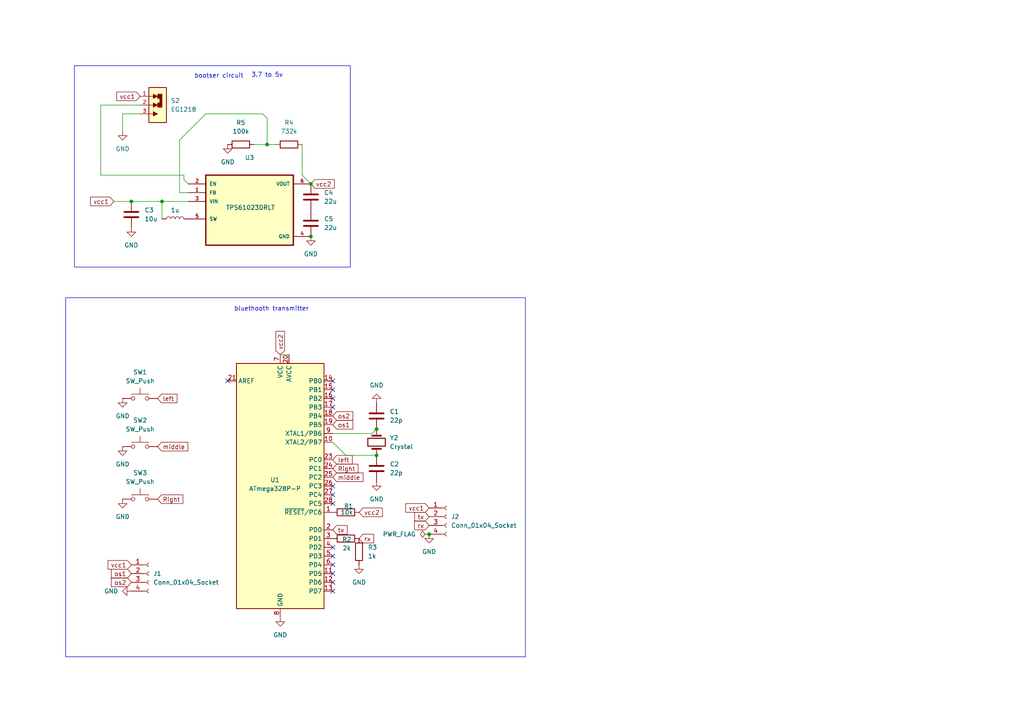
<source format=kicad_sch>
(kicad_sch
	(version 20231120)
	(generator "eeschema")
	(generator_version "8.0")
	(uuid "e1b05fc3-4c3d-450a-b99b-ff3aa13d5c39")
	(paper "A4")
	(title_block
		(title "Penmouse with ATmega328p-pu microcontroller")
		(date "2025-03-09")
		(company "Vinay kurre")
	)
	(lib_symbols
		(symbol "Connector:Conn_01x04_Socket"
			(pin_names
				(offset 1.016) hide)
			(exclude_from_sim no)
			(in_bom yes)
			(on_board yes)
			(property "Reference" "J"
				(at 0 5.08 0)
				(effects
					(font
						(size 1.27 1.27)
					)
				)
			)
			(property "Value" "Conn_01x04_Socket"
				(at 0 -7.62 0)
				(effects
					(font
						(size 1.27 1.27)
					)
				)
			)
			(property "Footprint" ""
				(at 0 0 0)
				(effects
					(font
						(size 1.27 1.27)
					)
					(hide yes)
				)
			)
			(property "Datasheet" "~"
				(at 0 0 0)
				(effects
					(font
						(size 1.27 1.27)
					)
					(hide yes)
				)
			)
			(property "Description" "Generic connector, single row, 01x04, script generated"
				(at 0 0 0)
				(effects
					(font
						(size 1.27 1.27)
					)
					(hide yes)
				)
			)
			(property "ki_locked" ""
				(at 0 0 0)
				(effects
					(font
						(size 1.27 1.27)
					)
				)
			)
			(property "ki_keywords" "connector"
				(at 0 0 0)
				(effects
					(font
						(size 1.27 1.27)
					)
					(hide yes)
				)
			)
			(property "ki_fp_filters" "Connector*:*_1x??_*"
				(at 0 0 0)
				(effects
					(font
						(size 1.27 1.27)
					)
					(hide yes)
				)
			)
			(symbol "Conn_01x04_Socket_1_1"
				(arc
					(start 0 -4.572)
					(mid -0.5058 -5.08)
					(end 0 -5.588)
					(stroke
						(width 0.1524)
						(type default)
					)
					(fill
						(type none)
					)
				)
				(arc
					(start 0 -2.032)
					(mid -0.5058 -2.54)
					(end 0 -3.048)
					(stroke
						(width 0.1524)
						(type default)
					)
					(fill
						(type none)
					)
				)
				(polyline
					(pts
						(xy -1.27 -5.08) (xy -0.508 -5.08)
					)
					(stroke
						(width 0.1524)
						(type default)
					)
					(fill
						(type none)
					)
				)
				(polyline
					(pts
						(xy -1.27 -2.54) (xy -0.508 -2.54)
					)
					(stroke
						(width 0.1524)
						(type default)
					)
					(fill
						(type none)
					)
				)
				(polyline
					(pts
						(xy -1.27 0) (xy -0.508 0)
					)
					(stroke
						(width 0.1524)
						(type default)
					)
					(fill
						(type none)
					)
				)
				(polyline
					(pts
						(xy -1.27 2.54) (xy -0.508 2.54)
					)
					(stroke
						(width 0.1524)
						(type default)
					)
					(fill
						(type none)
					)
				)
				(arc
					(start 0 0.508)
					(mid -0.5058 0)
					(end 0 -0.508)
					(stroke
						(width 0.1524)
						(type default)
					)
					(fill
						(type none)
					)
				)
				(arc
					(start 0 3.048)
					(mid -0.5058 2.54)
					(end 0 2.032)
					(stroke
						(width 0.1524)
						(type default)
					)
					(fill
						(type none)
					)
				)
				(pin passive line
					(at -5.08 2.54 0)
					(length 3.81)
					(name "Pin_1"
						(effects
							(font
								(size 1.27 1.27)
							)
						)
					)
					(number "1"
						(effects
							(font
								(size 1.27 1.27)
							)
						)
					)
				)
				(pin passive line
					(at -5.08 0 0)
					(length 3.81)
					(name "Pin_2"
						(effects
							(font
								(size 1.27 1.27)
							)
						)
					)
					(number "2"
						(effects
							(font
								(size 1.27 1.27)
							)
						)
					)
				)
				(pin passive line
					(at -5.08 -2.54 0)
					(length 3.81)
					(name "Pin_3"
						(effects
							(font
								(size 1.27 1.27)
							)
						)
					)
					(number "3"
						(effects
							(font
								(size 1.27 1.27)
							)
						)
					)
				)
				(pin passive line
					(at -5.08 -5.08 0)
					(length 3.81)
					(name "Pin_4"
						(effects
							(font
								(size 1.27 1.27)
							)
						)
					)
					(number "4"
						(effects
							(font
								(size 1.27 1.27)
							)
						)
					)
				)
			)
		)
		(symbol "Device:C"
			(pin_numbers hide)
			(pin_names
				(offset 0.254)
			)
			(exclude_from_sim no)
			(in_bom yes)
			(on_board yes)
			(property "Reference" "C"
				(at 0.635 2.54 0)
				(effects
					(font
						(size 1.27 1.27)
					)
					(justify left)
				)
			)
			(property "Value" "C"
				(at 0.635 -2.54 0)
				(effects
					(font
						(size 1.27 1.27)
					)
					(justify left)
				)
			)
			(property "Footprint" ""
				(at 0.9652 -3.81 0)
				(effects
					(font
						(size 1.27 1.27)
					)
					(hide yes)
				)
			)
			(property "Datasheet" "~"
				(at 0 0 0)
				(effects
					(font
						(size 1.27 1.27)
					)
					(hide yes)
				)
			)
			(property "Description" "Unpolarized capacitor"
				(at 0 0 0)
				(effects
					(font
						(size 1.27 1.27)
					)
					(hide yes)
				)
			)
			(property "ki_keywords" "cap capacitor"
				(at 0 0 0)
				(effects
					(font
						(size 1.27 1.27)
					)
					(hide yes)
				)
			)
			(property "ki_fp_filters" "C_*"
				(at 0 0 0)
				(effects
					(font
						(size 1.27 1.27)
					)
					(hide yes)
				)
			)
			(symbol "C_0_1"
				(polyline
					(pts
						(xy -2.032 -0.762) (xy 2.032 -0.762)
					)
					(stroke
						(width 0.508)
						(type default)
					)
					(fill
						(type none)
					)
				)
				(polyline
					(pts
						(xy -2.032 0.762) (xy 2.032 0.762)
					)
					(stroke
						(width 0.508)
						(type default)
					)
					(fill
						(type none)
					)
				)
			)
			(symbol "C_1_1"
				(pin passive line
					(at 0 3.81 270)
					(length 2.794)
					(name "~"
						(effects
							(font
								(size 1.27 1.27)
							)
						)
					)
					(number "1"
						(effects
							(font
								(size 1.27 1.27)
							)
						)
					)
				)
				(pin passive line
					(at 0 -3.81 90)
					(length 2.794)
					(name "~"
						(effects
							(font
								(size 1.27 1.27)
							)
						)
					)
					(number "2"
						(effects
							(font
								(size 1.27 1.27)
							)
						)
					)
				)
			)
		)
		(symbol "Device:Crystal"
			(pin_numbers hide)
			(pin_names
				(offset 1.016) hide)
			(exclude_from_sim no)
			(in_bom yes)
			(on_board yes)
			(property "Reference" "Y"
				(at 0 3.81 0)
				(effects
					(font
						(size 1.27 1.27)
					)
				)
			)
			(property "Value" "Crystal"
				(at 0 -3.81 0)
				(effects
					(font
						(size 1.27 1.27)
					)
				)
			)
			(property "Footprint" ""
				(at 0 0 0)
				(effects
					(font
						(size 1.27 1.27)
					)
					(hide yes)
				)
			)
			(property "Datasheet" "~"
				(at 0 0 0)
				(effects
					(font
						(size 1.27 1.27)
					)
					(hide yes)
				)
			)
			(property "Description" "Two pin crystal"
				(at 0 0 0)
				(effects
					(font
						(size 1.27 1.27)
					)
					(hide yes)
				)
			)
			(property "ki_keywords" "quartz ceramic resonator oscillator"
				(at 0 0 0)
				(effects
					(font
						(size 1.27 1.27)
					)
					(hide yes)
				)
			)
			(property "ki_fp_filters" "Crystal*"
				(at 0 0 0)
				(effects
					(font
						(size 1.27 1.27)
					)
					(hide yes)
				)
			)
			(symbol "Crystal_0_1"
				(rectangle
					(start -1.143 2.54)
					(end 1.143 -2.54)
					(stroke
						(width 0.3048)
						(type default)
					)
					(fill
						(type none)
					)
				)
				(polyline
					(pts
						(xy -2.54 0) (xy -1.905 0)
					)
					(stroke
						(width 0)
						(type default)
					)
					(fill
						(type none)
					)
				)
				(polyline
					(pts
						(xy -1.905 -1.27) (xy -1.905 1.27)
					)
					(stroke
						(width 0.508)
						(type default)
					)
					(fill
						(type none)
					)
				)
				(polyline
					(pts
						(xy 1.905 -1.27) (xy 1.905 1.27)
					)
					(stroke
						(width 0.508)
						(type default)
					)
					(fill
						(type none)
					)
				)
				(polyline
					(pts
						(xy 2.54 0) (xy 1.905 0)
					)
					(stroke
						(width 0)
						(type default)
					)
					(fill
						(type none)
					)
				)
			)
			(symbol "Crystal_1_1"
				(pin passive line
					(at -3.81 0 0)
					(length 1.27)
					(name "1"
						(effects
							(font
								(size 1.27 1.27)
							)
						)
					)
					(number "1"
						(effects
							(font
								(size 1.27 1.27)
							)
						)
					)
				)
				(pin passive line
					(at 3.81 0 180)
					(length 1.27)
					(name "2"
						(effects
							(font
								(size 1.27 1.27)
							)
						)
					)
					(number "2"
						(effects
							(font
								(size 1.27 1.27)
							)
						)
					)
				)
			)
		)
		(symbol "Device:L"
			(pin_numbers hide)
			(pin_names
				(offset 1.016) hide)
			(exclude_from_sim no)
			(in_bom yes)
			(on_board yes)
			(property "Reference" "L"
				(at -1.27 0 90)
				(effects
					(font
						(size 1.27 1.27)
					)
				)
			)
			(property "Value" "L"
				(at 1.905 0 90)
				(effects
					(font
						(size 1.27 1.27)
					)
				)
			)
			(property "Footprint" ""
				(at 0 0 0)
				(effects
					(font
						(size 1.27 1.27)
					)
					(hide yes)
				)
			)
			(property "Datasheet" "~"
				(at 0 0 0)
				(effects
					(font
						(size 1.27 1.27)
					)
					(hide yes)
				)
			)
			(property "Description" "Inductor"
				(at 0 0 0)
				(effects
					(font
						(size 1.27 1.27)
					)
					(hide yes)
				)
			)
			(property "ki_keywords" "inductor choke coil reactor magnetic"
				(at 0 0 0)
				(effects
					(font
						(size 1.27 1.27)
					)
					(hide yes)
				)
			)
			(property "ki_fp_filters" "Choke_* *Coil* Inductor_* L_*"
				(at 0 0 0)
				(effects
					(font
						(size 1.27 1.27)
					)
					(hide yes)
				)
			)
			(symbol "L_0_1"
				(arc
					(start 0 -2.54)
					(mid 0.6323 -1.905)
					(end 0 -1.27)
					(stroke
						(width 0)
						(type default)
					)
					(fill
						(type none)
					)
				)
				(arc
					(start 0 -1.27)
					(mid 0.6323 -0.635)
					(end 0 0)
					(stroke
						(width 0)
						(type default)
					)
					(fill
						(type none)
					)
				)
				(arc
					(start 0 0)
					(mid 0.6323 0.635)
					(end 0 1.27)
					(stroke
						(width 0)
						(type default)
					)
					(fill
						(type none)
					)
				)
				(arc
					(start 0 1.27)
					(mid 0.6323 1.905)
					(end 0 2.54)
					(stroke
						(width 0)
						(type default)
					)
					(fill
						(type none)
					)
				)
			)
			(symbol "L_1_1"
				(pin passive line
					(at 0 3.81 270)
					(length 1.27)
					(name "1"
						(effects
							(font
								(size 1.27 1.27)
							)
						)
					)
					(number "1"
						(effects
							(font
								(size 1.27 1.27)
							)
						)
					)
				)
				(pin passive line
					(at 0 -3.81 90)
					(length 1.27)
					(name "2"
						(effects
							(font
								(size 1.27 1.27)
							)
						)
					)
					(number "2"
						(effects
							(font
								(size 1.27 1.27)
							)
						)
					)
				)
			)
		)
		(symbol "Device:R"
			(pin_numbers hide)
			(pin_names
				(offset 0)
			)
			(exclude_from_sim no)
			(in_bom yes)
			(on_board yes)
			(property "Reference" "R"
				(at 2.032 0 90)
				(effects
					(font
						(size 1.27 1.27)
					)
				)
			)
			(property "Value" "R"
				(at 0 0 90)
				(effects
					(font
						(size 1.27 1.27)
					)
				)
			)
			(property "Footprint" ""
				(at -1.778 0 90)
				(effects
					(font
						(size 1.27 1.27)
					)
					(hide yes)
				)
			)
			(property "Datasheet" "~"
				(at 0 0 0)
				(effects
					(font
						(size 1.27 1.27)
					)
					(hide yes)
				)
			)
			(property "Description" "Resistor"
				(at 0 0 0)
				(effects
					(font
						(size 1.27 1.27)
					)
					(hide yes)
				)
			)
			(property "ki_keywords" "R res resistor"
				(at 0 0 0)
				(effects
					(font
						(size 1.27 1.27)
					)
					(hide yes)
				)
			)
			(property "ki_fp_filters" "R_*"
				(at 0 0 0)
				(effects
					(font
						(size 1.27 1.27)
					)
					(hide yes)
				)
			)
			(symbol "R_0_1"
				(rectangle
					(start -1.016 -2.54)
					(end 1.016 2.54)
					(stroke
						(width 0.254)
						(type default)
					)
					(fill
						(type none)
					)
				)
			)
			(symbol "R_1_1"
				(pin passive line
					(at 0 3.81 270)
					(length 1.27)
					(name "~"
						(effects
							(font
								(size 1.27 1.27)
							)
						)
					)
					(number "1"
						(effects
							(font
								(size 1.27 1.27)
							)
						)
					)
				)
				(pin passive line
					(at 0 -3.81 90)
					(length 1.27)
					(name "~"
						(effects
							(font
								(size 1.27 1.27)
							)
						)
					)
					(number "2"
						(effects
							(font
								(size 1.27 1.27)
							)
						)
					)
				)
			)
		)
		(symbol "EG1218:EG1218"
			(pin_names
				(offset 1.016)
			)
			(exclude_from_sim no)
			(in_bom yes)
			(on_board yes)
			(property "Reference" "S"
				(at -5.08 5.842 0)
				(effects
					(font
						(size 1.27 1.27)
					)
					(justify left bottom)
				)
			)
			(property "Value" "EG1218"
				(at -5.08 -7.62 0)
				(effects
					(font
						(size 1.27 1.27)
					)
					(justify left bottom)
				)
			)
			(property "Footprint" "EG1218:SW_EG1218"
				(at 0 0 0)
				(effects
					(font
						(size 1.27 1.27)
					)
					(justify bottom)
					(hide yes)
				)
			)
			(property "Datasheet" ""
				(at 0 0 0)
				(effects
					(font
						(size 1.27 1.27)
					)
					(hide yes)
				)
			)
			(property "Description" "Slide Switch SPDT Through Hole"
				(at 0 0 0)
				(effects
					(font
						(size 1.27 1.27)
					)
					(justify bottom)
					(hide yes)
				)
			)
			(property "MF" "E-Switch"
				(at 0 0 0)
				(effects
					(font
						(size 1.27 1.27)
					)
					(justify bottom)
					(hide yes)
				)
			)
			(property "PACKAGE" "None"
				(at 0 0 0)
				(effects
					(font
						(size 1.27 1.27)
					)
					(justify bottom)
					(hide yes)
				)
			)
			(property "PRICE" "None"
				(at 0 0 0)
				(effects
					(font
						(size 1.27 1.27)
					)
					(justify bottom)
					(hide yes)
				)
			)
			(property "Package" "None"
				(at 0 0 0)
				(effects
					(font
						(size 1.27 1.27)
					)
					(justify bottom)
					(hide yes)
				)
			)
			(property "Check_prices" "https://www.snapeda.com/parts/EG1218/E-Switch/view-part/?ref=eda"
				(at 0 0 0)
				(effects
					(font
						(size 1.27 1.27)
					)
					(justify bottom)
					(hide yes)
				)
			)
			(property "Price" "None"
				(at 0 0 0)
				(effects
					(font
						(size 1.27 1.27)
					)
					(justify bottom)
					(hide yes)
				)
			)
			(property "SnapEDA_Link" "https://www.snapeda.com/parts/EG1218/E-Switch/view-part/?ref=snap"
				(at 0 0 0)
				(effects
					(font
						(size 1.27 1.27)
					)
					(justify bottom)
					(hide yes)
				)
			)
			(property "MP" "EG1218"
				(at 0 0 0)
				(effects
					(font
						(size 1.27 1.27)
					)
					(justify bottom)
					(hide yes)
				)
			)
			(property "Description_1" "\n                        \n                            Slide Switch, EG Series, SPDT, Non-Shorting, ON-ON, 200mA DC, 30VDC, PC Pin | E-Switch EG1218\n                        \n"
				(at 0 0 0)
				(effects
					(font
						(size 1.27 1.27)
					)
					(justify bottom)
					(hide yes)
				)
			)
			(property "Availability" "In Stock"
				(at 0 0 0)
				(effects
					(font
						(size 1.27 1.27)
					)
					(justify bottom)
					(hide yes)
				)
			)
			(property "AVAILABILITY" "In Stock"
				(at 0 0 0)
				(effects
					(font
						(size 1.27 1.27)
					)
					(justify bottom)
					(hide yes)
				)
			)
			(property "PURCHASE-URL" "https://pricing.snapeda.com/search/part/EG1218/?ref=eda"
				(at 0 0 0)
				(effects
					(font
						(size 1.27 1.27)
					)
					(justify bottom)
					(hide yes)
				)
			)
			(symbol "EG1218_0_0"
				(rectangle
					(start -2.54 -5.08)
					(end 2.54 5.08)
					(stroke
						(width 0.254)
						(type default)
					)
					(fill
						(type background)
					)
				)
				(polyline
					(pts
						(xy -2.54 -2.54) (xy -1.27 -2.54)
					)
					(stroke
						(width 0.1524)
						(type default)
					)
					(fill
						(type none)
					)
				)
				(polyline
					(pts
						(xy -2.54 0) (xy -1.27 0)
					)
					(stroke
						(width 0.1524)
						(type default)
					)
					(fill
						(type none)
					)
				)
				(polyline
					(pts
						(xy -2.54 2.54) (xy -1.27 2.54)
					)
					(stroke
						(width 0.1524)
						(type default)
					)
					(fill
						(type none)
					)
				)
				(polyline
					(pts
						(xy -1.27 -1.905) (xy -1.27 -3.175) (xy 0 -2.54) (xy -1.27 -1.905)
					)
					(stroke
						(width 0.1524)
						(type default)
					)
					(fill
						(type outline)
					)
				)
				(polyline
					(pts
						(xy -1.27 0.635) (xy -1.27 -0.635) (xy 0 0) (xy -1.27 0.635)
					)
					(stroke
						(width 0.1524)
						(type default)
					)
					(fill
						(type outline)
					)
				)
				(polyline
					(pts
						(xy -1.27 3.175) (xy -1.27 1.905) (xy 0 2.54) (xy -1.27 3.175)
					)
					(stroke
						(width 0.1524)
						(type default)
					)
					(fill
						(type outline)
					)
				)
				(polyline
					(pts
						(xy 0 1.905) (xy 0 3.175) (xy 1.27 3.175) (xy 1.27 -0.635) (xy 0 -0.635) (xy 0 0.635) (xy 0.635 0.635)
						(xy 0.635 1.905) (xy 0 1.905)
					)
					(stroke
						(width 0.1524)
						(type default)
					)
					(fill
						(type outline)
					)
				)
				(pin passive line
					(at -5.08 2.54 0)
					(length 2.54)
					(name "~"
						(effects
							(font
								(size 1.016 1.016)
							)
						)
					)
					(number "1"
						(effects
							(font
								(size 1.016 1.016)
							)
						)
					)
				)
				(pin passive line
					(at -5.08 0 0)
					(length 2.54)
					(name "~"
						(effects
							(font
								(size 1.016 1.016)
							)
						)
					)
					(number "2"
						(effects
							(font
								(size 1.016 1.016)
							)
						)
					)
				)
				(pin passive line
					(at -5.08 -2.54 0)
					(length 2.54)
					(name "~"
						(effects
							(font
								(size 1.016 1.016)
							)
						)
					)
					(number "3"
						(effects
							(font
								(size 1.016 1.016)
							)
						)
					)
				)
			)
		)
		(symbol "MCU_Microchip_ATmega:ATmega328P-P"
			(exclude_from_sim no)
			(in_bom yes)
			(on_board yes)
			(property "Reference" "U"
				(at -12.7 36.83 0)
				(effects
					(font
						(size 1.27 1.27)
					)
					(justify left bottom)
				)
			)
			(property "Value" "ATmega328P-P"
				(at 2.54 -36.83 0)
				(effects
					(font
						(size 1.27 1.27)
					)
					(justify left top)
				)
			)
			(property "Footprint" "Package_DIP:DIP-28_W7.62mm"
				(at 0 0 0)
				(effects
					(font
						(size 1.27 1.27)
						(italic yes)
					)
					(hide yes)
				)
			)
			(property "Datasheet" "http://ww1.microchip.com/downloads/en/DeviceDoc/ATmega328_P%20AVR%20MCU%20with%20picoPower%20Technology%20Data%20Sheet%2040001984A.pdf"
				(at 0 0 0)
				(effects
					(font
						(size 1.27 1.27)
					)
					(hide yes)
				)
			)
			(property "Description" "20MHz, 32kB Flash, 2kB SRAM, 1kB EEPROM, DIP-28"
				(at 0 0 0)
				(effects
					(font
						(size 1.27 1.27)
					)
					(hide yes)
				)
			)
			(property "ki_keywords" "AVR 8bit Microcontroller MegaAVR PicoPower"
				(at 0 0 0)
				(effects
					(font
						(size 1.27 1.27)
					)
					(hide yes)
				)
			)
			(property "ki_fp_filters" "DIP*W7.62mm*"
				(at 0 0 0)
				(effects
					(font
						(size 1.27 1.27)
					)
					(hide yes)
				)
			)
			(symbol "ATmega328P-P_0_1"
				(rectangle
					(start -12.7 -35.56)
					(end 12.7 35.56)
					(stroke
						(width 0.254)
						(type default)
					)
					(fill
						(type background)
					)
				)
			)
			(symbol "ATmega328P-P_1_1"
				(pin bidirectional line
					(at 15.24 -7.62 180)
					(length 2.54)
					(name "~{RESET}/PC6"
						(effects
							(font
								(size 1.27 1.27)
							)
						)
					)
					(number "1"
						(effects
							(font
								(size 1.27 1.27)
							)
						)
					)
				)
				(pin bidirectional line
					(at 15.24 12.7 180)
					(length 2.54)
					(name "XTAL2/PB7"
						(effects
							(font
								(size 1.27 1.27)
							)
						)
					)
					(number "10"
						(effects
							(font
								(size 1.27 1.27)
							)
						)
					)
				)
				(pin bidirectional line
					(at 15.24 -25.4 180)
					(length 2.54)
					(name "PD5"
						(effects
							(font
								(size 1.27 1.27)
							)
						)
					)
					(number "11"
						(effects
							(font
								(size 1.27 1.27)
							)
						)
					)
				)
				(pin bidirectional line
					(at 15.24 -27.94 180)
					(length 2.54)
					(name "PD6"
						(effects
							(font
								(size 1.27 1.27)
							)
						)
					)
					(number "12"
						(effects
							(font
								(size 1.27 1.27)
							)
						)
					)
				)
				(pin bidirectional line
					(at 15.24 -30.48 180)
					(length 2.54)
					(name "PD7"
						(effects
							(font
								(size 1.27 1.27)
							)
						)
					)
					(number "13"
						(effects
							(font
								(size 1.27 1.27)
							)
						)
					)
				)
				(pin bidirectional line
					(at 15.24 30.48 180)
					(length 2.54)
					(name "PB0"
						(effects
							(font
								(size 1.27 1.27)
							)
						)
					)
					(number "14"
						(effects
							(font
								(size 1.27 1.27)
							)
						)
					)
				)
				(pin bidirectional line
					(at 15.24 27.94 180)
					(length 2.54)
					(name "PB1"
						(effects
							(font
								(size 1.27 1.27)
							)
						)
					)
					(number "15"
						(effects
							(font
								(size 1.27 1.27)
							)
						)
					)
				)
				(pin bidirectional line
					(at 15.24 25.4 180)
					(length 2.54)
					(name "PB2"
						(effects
							(font
								(size 1.27 1.27)
							)
						)
					)
					(number "16"
						(effects
							(font
								(size 1.27 1.27)
							)
						)
					)
				)
				(pin bidirectional line
					(at 15.24 22.86 180)
					(length 2.54)
					(name "PB3"
						(effects
							(font
								(size 1.27 1.27)
							)
						)
					)
					(number "17"
						(effects
							(font
								(size 1.27 1.27)
							)
						)
					)
				)
				(pin bidirectional line
					(at 15.24 20.32 180)
					(length 2.54)
					(name "PB4"
						(effects
							(font
								(size 1.27 1.27)
							)
						)
					)
					(number "18"
						(effects
							(font
								(size 1.27 1.27)
							)
						)
					)
				)
				(pin bidirectional line
					(at 15.24 17.78 180)
					(length 2.54)
					(name "PB5"
						(effects
							(font
								(size 1.27 1.27)
							)
						)
					)
					(number "19"
						(effects
							(font
								(size 1.27 1.27)
							)
						)
					)
				)
				(pin bidirectional line
					(at 15.24 -12.7 180)
					(length 2.54)
					(name "PD0"
						(effects
							(font
								(size 1.27 1.27)
							)
						)
					)
					(number "2"
						(effects
							(font
								(size 1.27 1.27)
							)
						)
					)
				)
				(pin power_in line
					(at 2.54 38.1 270)
					(length 2.54)
					(name "AVCC"
						(effects
							(font
								(size 1.27 1.27)
							)
						)
					)
					(number "20"
						(effects
							(font
								(size 1.27 1.27)
							)
						)
					)
				)
				(pin passive line
					(at -15.24 30.48 0)
					(length 2.54)
					(name "AREF"
						(effects
							(font
								(size 1.27 1.27)
							)
						)
					)
					(number "21"
						(effects
							(font
								(size 1.27 1.27)
							)
						)
					)
				)
				(pin passive line
					(at 0 -38.1 90)
					(length 2.54) hide
					(name "GND"
						(effects
							(font
								(size 1.27 1.27)
							)
						)
					)
					(number "22"
						(effects
							(font
								(size 1.27 1.27)
							)
						)
					)
				)
				(pin bidirectional line
					(at 15.24 7.62 180)
					(length 2.54)
					(name "PC0"
						(effects
							(font
								(size 1.27 1.27)
							)
						)
					)
					(number "23"
						(effects
							(font
								(size 1.27 1.27)
							)
						)
					)
				)
				(pin bidirectional line
					(at 15.24 5.08 180)
					(length 2.54)
					(name "PC1"
						(effects
							(font
								(size 1.27 1.27)
							)
						)
					)
					(number "24"
						(effects
							(font
								(size 1.27 1.27)
							)
						)
					)
				)
				(pin bidirectional line
					(at 15.24 2.54 180)
					(length 2.54)
					(name "PC2"
						(effects
							(font
								(size 1.27 1.27)
							)
						)
					)
					(number "25"
						(effects
							(font
								(size 1.27 1.27)
							)
						)
					)
				)
				(pin bidirectional line
					(at 15.24 0 180)
					(length 2.54)
					(name "PC3"
						(effects
							(font
								(size 1.27 1.27)
							)
						)
					)
					(number "26"
						(effects
							(font
								(size 1.27 1.27)
							)
						)
					)
				)
				(pin bidirectional line
					(at 15.24 -2.54 180)
					(length 2.54)
					(name "PC4"
						(effects
							(font
								(size 1.27 1.27)
							)
						)
					)
					(number "27"
						(effects
							(font
								(size 1.27 1.27)
							)
						)
					)
				)
				(pin bidirectional line
					(at 15.24 -5.08 180)
					(length 2.54)
					(name "PC5"
						(effects
							(font
								(size 1.27 1.27)
							)
						)
					)
					(number "28"
						(effects
							(font
								(size 1.27 1.27)
							)
						)
					)
				)
				(pin bidirectional line
					(at 15.24 -15.24 180)
					(length 2.54)
					(name "PD1"
						(effects
							(font
								(size 1.27 1.27)
							)
						)
					)
					(number "3"
						(effects
							(font
								(size 1.27 1.27)
							)
						)
					)
				)
				(pin bidirectional line
					(at 15.24 -17.78 180)
					(length 2.54)
					(name "PD2"
						(effects
							(font
								(size 1.27 1.27)
							)
						)
					)
					(number "4"
						(effects
							(font
								(size 1.27 1.27)
							)
						)
					)
				)
				(pin bidirectional line
					(at 15.24 -20.32 180)
					(length 2.54)
					(name "PD3"
						(effects
							(font
								(size 1.27 1.27)
							)
						)
					)
					(number "5"
						(effects
							(font
								(size 1.27 1.27)
							)
						)
					)
				)
				(pin bidirectional line
					(at 15.24 -22.86 180)
					(length 2.54)
					(name "PD4"
						(effects
							(font
								(size 1.27 1.27)
							)
						)
					)
					(number "6"
						(effects
							(font
								(size 1.27 1.27)
							)
						)
					)
				)
				(pin power_in line
					(at 0 38.1 270)
					(length 2.54)
					(name "VCC"
						(effects
							(font
								(size 1.27 1.27)
							)
						)
					)
					(number "7"
						(effects
							(font
								(size 1.27 1.27)
							)
						)
					)
				)
				(pin power_in line
					(at 0 -38.1 90)
					(length 2.54)
					(name "GND"
						(effects
							(font
								(size 1.27 1.27)
							)
						)
					)
					(number "8"
						(effects
							(font
								(size 1.27 1.27)
							)
						)
					)
				)
				(pin bidirectional line
					(at 15.24 15.24 180)
					(length 2.54)
					(name "XTAL1/PB6"
						(effects
							(font
								(size 1.27 1.27)
							)
						)
					)
					(number "9"
						(effects
							(font
								(size 1.27 1.27)
							)
						)
					)
				)
			)
		)
		(symbol "Switch:SW_Push"
			(pin_numbers hide)
			(pin_names
				(offset 1.016) hide)
			(exclude_from_sim no)
			(in_bom yes)
			(on_board yes)
			(property "Reference" "SW"
				(at 1.27 2.54 0)
				(effects
					(font
						(size 1.27 1.27)
					)
					(justify left)
				)
			)
			(property "Value" "SW_Push"
				(at 0 -1.524 0)
				(effects
					(font
						(size 1.27 1.27)
					)
				)
			)
			(property "Footprint" ""
				(at 0 5.08 0)
				(effects
					(font
						(size 1.27 1.27)
					)
					(hide yes)
				)
			)
			(property "Datasheet" "~"
				(at 0 5.08 0)
				(effects
					(font
						(size 1.27 1.27)
					)
					(hide yes)
				)
			)
			(property "Description" "Push button switch, generic, two pins"
				(at 0 0 0)
				(effects
					(font
						(size 1.27 1.27)
					)
					(hide yes)
				)
			)
			(property "ki_keywords" "switch normally-open pushbutton push-button"
				(at 0 0 0)
				(effects
					(font
						(size 1.27 1.27)
					)
					(hide yes)
				)
			)
			(symbol "SW_Push_0_1"
				(circle
					(center -2.032 0)
					(radius 0.508)
					(stroke
						(width 0)
						(type default)
					)
					(fill
						(type none)
					)
				)
				(polyline
					(pts
						(xy 0 1.27) (xy 0 3.048)
					)
					(stroke
						(width 0)
						(type default)
					)
					(fill
						(type none)
					)
				)
				(polyline
					(pts
						(xy 2.54 1.27) (xy -2.54 1.27)
					)
					(stroke
						(width 0)
						(type default)
					)
					(fill
						(type none)
					)
				)
				(circle
					(center 2.032 0)
					(radius 0.508)
					(stroke
						(width 0)
						(type default)
					)
					(fill
						(type none)
					)
				)
				(pin passive line
					(at -5.08 0 0)
					(length 2.54)
					(name "1"
						(effects
							(font
								(size 1.27 1.27)
							)
						)
					)
					(number "1"
						(effects
							(font
								(size 1.27 1.27)
							)
						)
					)
				)
				(pin passive line
					(at 5.08 0 180)
					(length 2.54)
					(name "2"
						(effects
							(font
								(size 1.27 1.27)
							)
						)
					)
					(number "2"
						(effects
							(font
								(size 1.27 1.27)
							)
						)
					)
				)
			)
		)
		(symbol "TPS61023DRLT:TPS61023DRLT"
			(pin_names
				(offset 1.016)
			)
			(exclude_from_sim no)
			(in_bom yes)
			(on_board yes)
			(property "Reference" "U3"
				(at 0 15.24 0)
				(effects
					(font
						(size 1.27 1.27)
					)
				)
			)
			(property "Value" "TPS61023DRLT"
				(at 0.254 0.762 0)
				(effects
					(font
						(size 1.27 1.27)
					)
				)
			)
			(property "Footprint" "TPS61023DRLT:SOT50P160X60-6N"
				(at 0 0 0)
				(effects
					(font
						(size 1.27 1.27)
					)
					(justify bottom)
					(hide yes)
				)
			)
			(property "Datasheet" ""
				(at 0 0 0)
				(effects
					(font
						(size 1.27 1.27)
					)
					(hide yes)
				)
			)
			(property "Description" ""
				(at 0 0 0)
				(effects
					(font
						(size 1.27 1.27)
					)
					(hide yes)
				)
			)
			(property "MF" "Texas Instruments"
				(at 0 0 0)
				(effects
					(font
						(size 1.27 1.27)
					)
					(justify bottom)
					(hide yes)
				)
			)
			(property "Description_1" "\n                        \n                            3.7-A boost converter with 0.5-V ultra-low input voltage\n                        \n"
				(at 0 0 0)
				(effects
					(font
						(size 1.27 1.27)
					)
					(justify bottom)
					(hide yes)
				)
			)
			(property "Package" "SOT-5X3-6 Texas Instruments"
				(at 0 0 0)
				(effects
					(font
						(size 1.27 1.27)
					)
					(justify bottom)
					(hide yes)
				)
			)
			(property "Price" "None"
				(at 0 0 0)
				(effects
					(font
						(size 1.27 1.27)
					)
					(justify bottom)
					(hide yes)
				)
			)
			(property "SnapEDA_Link" "https://www.snapeda.com/parts/TPS61023DRLT/Texas+Instruments/view-part/?ref=snap"
				(at 0 0 0)
				(effects
					(font
						(size 1.27 1.27)
					)
					(justify bottom)
					(hide yes)
				)
			)
			(property "MP" "TPS61023DRLT"
				(at 0 0 0)
				(effects
					(font
						(size 1.27 1.27)
					)
					(justify bottom)
					(hide yes)
				)
			)
			(property "Availability" "In Stock"
				(at 0 0 0)
				(effects
					(font
						(size 1.27 1.27)
					)
					(justify bottom)
					(hide yes)
				)
			)
			(property "Check_prices" "https://www.snapeda.com/parts/TPS61023DRLT/Texas+Instruments/view-part/?ref=eda"
				(at 0 0 0)
				(effects
					(font
						(size 1.27 1.27)
					)
					(justify bottom)
					(hide yes)
				)
			)
			(symbol "TPS61023DRLT_0_0"
				(rectangle
					(start -12.7 -10.16)
					(end 12.7 10.16)
					(stroke
						(width 0.41)
						(type default)
					)
					(fill
						(type background)
					)
				)
				(pin input line
					(at -17.78 5.08 0)
					(length 5.08)
					(name "FB"
						(effects
							(font
								(size 1.016 1.016)
							)
						)
					)
					(number "1"
						(effects
							(font
								(size 1.016 1.016)
							)
						)
					)
				)
				(pin input line
					(at -17.78 7.62 0)
					(length 5.08)
					(name "EN"
						(effects
							(font
								(size 1.016 1.016)
							)
						)
					)
					(number "2"
						(effects
							(font
								(size 1.016 1.016)
							)
						)
					)
				)
				(pin input line
					(at -17.78 2.54 0)
					(length 5.08)
					(name "VIN"
						(effects
							(font
								(size 1.016 1.016)
							)
						)
					)
					(number "3"
						(effects
							(font
								(size 1.016 1.016)
							)
						)
					)
				)
				(pin power_in line
					(at 17.78 -7.62 180)
					(length 5.08)
					(name "GND"
						(effects
							(font
								(size 1.016 1.016)
							)
						)
					)
					(number "4"
						(effects
							(font
								(size 1.016 1.016)
							)
						)
					)
				)
				(pin bidirectional line
					(at -17.78 -2.54 0)
					(length 5.08)
					(name "SW"
						(effects
							(font
								(size 1.016 1.016)
							)
						)
					)
					(number "5"
						(effects
							(font
								(size 1.016 1.016)
							)
						)
					)
				)
				(pin power_out line
					(at 17.78 7.62 180)
					(length 5.08)
					(name "VOUT"
						(effects
							(font
								(size 1.016 1.016)
							)
						)
					)
					(number "6"
						(effects
							(font
								(size 1.016 1.016)
							)
						)
					)
				)
			)
		)
		(symbol "power:GND"
			(power)
			(pin_numbers hide)
			(pin_names
				(offset 0) hide)
			(exclude_from_sim no)
			(in_bom yes)
			(on_board yes)
			(property "Reference" "#PWR"
				(at 0 -6.35 0)
				(effects
					(font
						(size 1.27 1.27)
					)
					(hide yes)
				)
			)
			(property "Value" "GND"
				(at 0 -3.81 0)
				(effects
					(font
						(size 1.27 1.27)
					)
				)
			)
			(property "Footprint" ""
				(at 0 0 0)
				(effects
					(font
						(size 1.27 1.27)
					)
					(hide yes)
				)
			)
			(property "Datasheet" ""
				(at 0 0 0)
				(effects
					(font
						(size 1.27 1.27)
					)
					(hide yes)
				)
			)
			(property "Description" "Power symbol creates a global label with name \"GND\" , ground"
				(at 0 0 0)
				(effects
					(font
						(size 1.27 1.27)
					)
					(hide yes)
				)
			)
			(property "ki_keywords" "global power"
				(at 0 0 0)
				(effects
					(font
						(size 1.27 1.27)
					)
					(hide yes)
				)
			)
			(symbol "GND_0_1"
				(polyline
					(pts
						(xy 0 0) (xy 0 -1.27) (xy 1.27 -1.27) (xy 0 -2.54) (xy -1.27 -1.27) (xy 0 -1.27)
					)
					(stroke
						(width 0)
						(type default)
					)
					(fill
						(type none)
					)
				)
			)
			(symbol "GND_1_1"
				(pin power_in line
					(at 0 0 270)
					(length 0)
					(name "~"
						(effects
							(font
								(size 1.27 1.27)
							)
						)
					)
					(number "1"
						(effects
							(font
								(size 1.27 1.27)
							)
						)
					)
				)
			)
		)
		(symbol "power:PWR_FLAG"
			(power)
			(pin_numbers hide)
			(pin_names
				(offset 0) hide)
			(exclude_from_sim no)
			(in_bom yes)
			(on_board yes)
			(property "Reference" "#FLG"
				(at 0 1.905 0)
				(effects
					(font
						(size 1.27 1.27)
					)
					(hide yes)
				)
			)
			(property "Value" "PWR_FLAG"
				(at 0 3.81 0)
				(effects
					(font
						(size 1.27 1.27)
					)
				)
			)
			(property "Footprint" ""
				(at 0 0 0)
				(effects
					(font
						(size 1.27 1.27)
					)
					(hide yes)
				)
			)
			(property "Datasheet" "~"
				(at 0 0 0)
				(effects
					(font
						(size 1.27 1.27)
					)
					(hide yes)
				)
			)
			(property "Description" "Special symbol for telling ERC where power comes from"
				(at 0 0 0)
				(effects
					(font
						(size 1.27 1.27)
					)
					(hide yes)
				)
			)
			(property "ki_keywords" "flag power"
				(at 0 0 0)
				(effects
					(font
						(size 1.27 1.27)
					)
					(hide yes)
				)
			)
			(symbol "PWR_FLAG_0_0"
				(pin power_out line
					(at 0 0 90)
					(length 0)
					(name "~"
						(effects
							(font
								(size 1.27 1.27)
							)
						)
					)
					(number "1"
						(effects
							(font
								(size 1.27 1.27)
							)
						)
					)
				)
			)
			(symbol "PWR_FLAG_0_1"
				(polyline
					(pts
						(xy 0 0) (xy 0 1.27) (xy -1.016 1.905) (xy 0 2.54) (xy 1.016 1.905) (xy 0 1.27)
					)
					(stroke
						(width 0)
						(type default)
					)
					(fill
						(type none)
					)
				)
			)
		)
	)
	(junction
		(at 90.17 53.34)
		(diameter 0)
		(color 0 0 0 0)
		(uuid "1311f249-064f-4e26-b27b-8845f9a5e1e8")
	)
	(junction
		(at 109.22 124.46)
		(diameter 0)
		(color 0 0 0 0)
		(uuid "3ff00a5d-902d-4341-9bef-f4d8a5bbd398")
	)
	(junction
		(at 46.99 58.42)
		(diameter 0)
		(color 0 0 0 0)
		(uuid "44de6779-c170-4cfa-9123-1739bf0545c9")
	)
	(junction
		(at 90.17 68.58)
		(diameter 0)
		(color 0 0 0 0)
		(uuid "494d35b4-c76b-4e2f-9b64-b52d61b59241")
	)
	(junction
		(at 109.22 132.08)
		(diameter 0)
		(color 0 0 0 0)
		(uuid "6ee9140b-95f9-47f6-b0fd-d262284592fb")
	)
	(junction
		(at 38.1 58.42)
		(diameter 0)
		(color 0 0 0 0)
		(uuid "99248538-64eb-4788-942d-32808ab007cb")
	)
	(junction
		(at 124.46 154.94)
		(diameter 0)
		(color 0 0 0 0)
		(uuid "e2c31788-9c27-4800-9406-97b0854d0fe7")
	)
	(junction
		(at 77.47 41.91)
		(diameter 0)
		(color 0 0 0 0)
		(uuid "ff6a25b6-8c8d-4933-acf0-236affd5ce7d")
	)
	(no_connect
		(at 96.52 143.51)
		(uuid "00dde4a8-967e-4e70-8881-a9467c52b38c")
	)
	(no_connect
		(at 96.52 113.03)
		(uuid "06f82fe8-221e-42be-8f76-b6ed6684371d")
	)
	(no_connect
		(at 96.52 166.37)
		(uuid "08e01f5f-cda8-4dff-9378-0cfc91df2665")
	)
	(no_connect
		(at 96.52 161.29)
		(uuid "1858a7fb-8ae2-4865-b004-7c0df6cbec75")
	)
	(no_connect
		(at 96.52 115.57)
		(uuid "32de3ff2-74f1-45e6-a3bc-b8929e1f3f53")
	)
	(no_connect
		(at 96.52 163.83)
		(uuid "39d499e7-5024-4ab2-a0ee-4c1f9e4da0a7")
	)
	(no_connect
		(at 66.04 110.49)
		(uuid "5c79a997-04bf-4c78-b53e-bcae2d6efa3b")
	)
	(no_connect
		(at 96.52 168.91)
		(uuid "8b731002-c500-4a98-9cd2-672c4eeb4dfd")
	)
	(no_connect
		(at 96.52 171.45)
		(uuid "90eec330-4ccc-4066-bcd6-2b5a2bac6145")
	)
	(no_connect
		(at 96.52 118.11)
		(uuid "91e8541f-40da-40b6-8a63-3258a9cd4b80")
	)
	(no_connect
		(at 96.52 146.05)
		(uuid "932c6b40-d4d4-4a3f-ab49-1815f2d8fe60")
	)
	(no_connect
		(at 96.52 110.49)
		(uuid "dc80fb06-b4ff-460a-a918-bc712e9bb45f")
	)
	(no_connect
		(at 96.52 140.97)
		(uuid "e42466cb-df31-4ebd-a69e-0b06c251bf8f")
	)
	(no_connect
		(at 96.52 158.75)
		(uuid "fa14fc73-bfaa-4093-b8e0-39c7a97add74")
	)
	(wire
		(pts
			(xy 38.1 58.42) (xy 46.99 58.42)
		)
		(stroke
			(width 0)
			(type default)
		)
		(uuid "03e77222-ea03-4a62-a8a4-c9d0826314c7")
	)
	(wire
		(pts
			(xy 52.07 55.88) (xy 54.61 55.88)
		)
		(stroke
			(width 0)
			(type default)
		)
		(uuid "125eb8a0-51a3-49a6-943c-cf5c92b1ea63")
	)
	(wire
		(pts
			(xy 73.66 41.91) (xy 77.47 41.91)
		)
		(stroke
			(width 0)
			(type default)
		)
		(uuid "208eb513-0663-404d-bcee-b808a4934938")
	)
	(wire
		(pts
			(xy 46.99 58.42) (xy 46.99 63.5)
		)
		(stroke
			(width 0)
			(type default)
		)
		(uuid "272adbba-5d17-4072-b479-262ac8f58b6e")
	)
	(wire
		(pts
			(xy 77.47 41.91) (xy 80.01 41.91)
		)
		(stroke
			(width 0)
			(type default)
		)
		(uuid "2ce982ee-faf8-4797-80fd-4ea78c56d9e7")
	)
	(wire
		(pts
			(xy 29.21 30.48) (xy 29.21 50.8)
		)
		(stroke
			(width 0)
			(type default)
		)
		(uuid "359bd73c-d8bd-4d7d-9dbf-135a3bf22a81")
	)
	(wire
		(pts
			(xy 109.22 132.08) (xy 100.33 132.08)
		)
		(stroke
			(width 0)
			(type default)
		)
		(uuid "3be34ae1-46e3-4f35-a1a9-0e9068639794")
	)
	(wire
		(pts
			(xy 77.47 34.29) (xy 76.2 33.02)
		)
		(stroke
			(width 0)
			(type default)
		)
		(uuid "40701546-7d12-4f88-8b49-4e3381ea4b4a")
	)
	(wire
		(pts
			(xy 59.69 33.02) (xy 52.07 40.64)
		)
		(stroke
			(width 0)
			(type default)
		)
		(uuid "4100fee8-8cc6-4772-b513-ba7c87aebe07")
	)
	(wire
		(pts
			(xy 107.95 125.73) (xy 109.22 124.46)
		)
		(stroke
			(width 0)
			(type default)
		)
		(uuid "419b179f-f34a-4db5-9f2c-bc87a81506b3")
	)
	(wire
		(pts
			(xy 33.02 58.42) (xy 38.1 58.42)
		)
		(stroke
			(width 0)
			(type default)
		)
		(uuid "47102e84-b888-4427-a35e-6af0d18904be")
	)
	(wire
		(pts
			(xy 35.56 33.02) (xy 35.56 38.1)
		)
		(stroke
			(width 0)
			(type default)
		)
		(uuid "4b0a5ae1-8438-4a89-ba11-6eaf99c5e38f")
	)
	(wire
		(pts
			(xy 52.07 40.64) (xy 52.07 55.88)
		)
		(stroke
			(width 0)
			(type default)
		)
		(uuid "4e2a431b-200f-490f-bbdd-3d54a4db3b3e")
	)
	(wire
		(pts
			(xy 87.63 50.8) (xy 90.17 53.34)
		)
		(stroke
			(width 0)
			(type default)
		)
		(uuid "5b0ebe9d-ccac-415c-a1f9-bc1849eeb5e0")
	)
	(wire
		(pts
			(xy 53.34 52.07) (xy 54.61 53.34)
		)
		(stroke
			(width 0)
			(type default)
		)
		(uuid "83fba273-1ef0-48ed-b6ad-7f5c4881ae9e")
	)
	(wire
		(pts
			(xy 76.2 33.02) (xy 59.69 33.02)
		)
		(stroke
			(width 0)
			(type default)
		)
		(uuid "88312aa9-a8e2-4ab7-9483-0e469b0a3533")
	)
	(wire
		(pts
			(xy 29.21 50.8) (xy 53.34 50.8)
		)
		(stroke
			(width 0)
			(type default)
		)
		(uuid "888fbefd-6078-4fd2-a9a3-4b646f534e65")
	)
	(wire
		(pts
			(xy 53.34 50.8) (xy 53.34 52.07)
		)
		(stroke
			(width 0)
			(type default)
		)
		(uuid "8ca60272-86a2-4f90-bb67-3d9cdb3e58a6")
	)
	(wire
		(pts
			(xy 100.33 132.08) (xy 96.52 128.27)
		)
		(stroke
			(width 0)
			(type default)
		)
		(uuid "8fe47518-e9ba-4d14-a2e5-25d842fcb8b6")
	)
	(wire
		(pts
			(xy 29.21 30.48) (xy 40.64 30.48)
		)
		(stroke
			(width 0)
			(type default)
		)
		(uuid "90611a36-08f1-4bfa-8029-56e18d280412")
	)
	(wire
		(pts
			(xy 77.47 41.91) (xy 77.47 34.29)
		)
		(stroke
			(width 0)
			(type default)
		)
		(uuid "b5180ebe-b213-48f7-b20e-f3439131163e")
	)
	(wire
		(pts
			(xy 46.99 58.42) (xy 54.61 58.42)
		)
		(stroke
			(width 0)
			(type default)
		)
		(uuid "b6408dd0-c8be-48b7-b21d-f12649332b45")
	)
	(wire
		(pts
			(xy 96.52 125.73) (xy 107.95 125.73)
		)
		(stroke
			(width 0)
			(type default)
		)
		(uuid "daa74b84-6b68-4582-a2a0-e6957ec563e5")
	)
	(wire
		(pts
			(xy 87.63 41.91) (xy 87.63 50.8)
		)
		(stroke
			(width 0)
			(type default)
		)
		(uuid "db7114d1-870e-4ec7-86d3-df8aac269e28")
	)
	(wire
		(pts
			(xy 81.28 102.87) (xy 83.82 102.87)
		)
		(stroke
			(width 0)
			(type default)
		)
		(uuid "df9b30cc-926d-4ac3-9de5-f48fef179ee0")
	)
	(wire
		(pts
			(xy 35.56 33.02) (xy 40.64 33.02)
		)
		(stroke
			(width 0)
			(type default)
		)
		(uuid "fd01c0c2-e56d-414a-b92f-8dcd4e5a3c41")
	)
	(rectangle
		(start 19.05 86.36)
		(end 152.4 190.5)
		(stroke
			(width 0)
			(type default)
		)
		(fill
			(type none)
		)
		(uuid 224a8627-c133-41bc-adc7-960e6f6d94d5)
	)
	(rectangle
		(start 21.59 19.05)
		(end 101.6 77.47)
		(stroke
			(width 0)
			(type default)
		)
		(fill
			(type none)
		)
		(uuid ff0290e0-3d43-4671-b5fa-7f9ddee77e9b)
	)
	(text "bootser circuit\n"
		(exclude_from_sim no)
		(at 63.5 22.098 0)
		(effects
			(font
				(size 1.27 1.27)
			)
		)
		(uuid "2f79965a-faed-434e-ba98-0ff4ccd1316d")
	)
	(text "bluethooth transmitter\n"
		(exclude_from_sim no)
		(at 78.74 89.662 0)
		(effects
			(font
				(size 1.27 1.27)
			)
		)
		(uuid "3ff17f4c-3c57-4617-8ea7-7b49ebf2ea32")
	)
	(text "3.7 to 5v\n"
		(exclude_from_sim no)
		(at 77.47 21.844 0)
		(effects
			(font
				(size 1.27 1.27)
			)
		)
		(uuid "a7d4c63e-ff1f-4ad4-82a2-0a32e673f5a4")
	)
	(global_label "rx"
		(shape input)
		(at 124.46 152.4 180)
		(fields_autoplaced yes)
		(effects
			(font
				(size 1.27 1.27)
			)
			(justify right)
		)
		(uuid "04387733-42d0-4fd2-9353-475a30d4be23")
		(property "Intersheetrefs" "${INTERSHEET_REFS}"
			(at 119.6605 152.4 0)
			(effects
				(font
					(size 1.27 1.27)
				)
				(justify right)
				(hide yes)
			)
		)
	)
	(global_label "tx"
		(shape input)
		(at 124.46 149.86 180)
		(fields_autoplaced yes)
		(effects
			(font
				(size 1.27 1.27)
			)
			(justify right)
		)
		(uuid "083860c6-0b6f-4cd9-a855-d03559440b9a")
		(property "Intersheetrefs" "${INTERSHEET_REFS}"
			(at 119.721 149.86 0)
			(effects
				(font
					(size 1.27 1.27)
				)
				(justify right)
				(hide yes)
			)
		)
	)
	(global_label "middle"
		(shape input)
		(at 45.72 129.54 0)
		(fields_autoplaced yes)
		(effects
			(font
				(size 1.27 1.27)
			)
			(justify left)
		)
		(uuid "37541cec-2842-41e5-93f5-41aeaa999c0a")
		(property "Intersheetrefs" "${INTERSHEET_REFS}"
			(at 55.0551 129.54 0)
			(effects
				(font
					(size 1.27 1.27)
				)
				(justify left)
				(hide yes)
			)
		)
	)
	(global_label "vcc2"
		(shape input)
		(at 90.17 53.34 0)
		(fields_autoplaced yes)
		(effects
			(font
				(size 1.27 1.27)
			)
			(justify left)
		)
		(uuid "393dfc33-f23f-402f-8e8e-aa5c21bba63f")
		(property "Intersheetrefs" "${INTERSHEET_REFS}"
			(at 97.5095 53.34 0)
			(effects
				(font
					(size 1.27 1.27)
				)
				(justify left)
				(hide yes)
			)
		)
	)
	(global_label "vcc2"
		(shape input)
		(at 104.14 148.59 0)
		(fields_autoplaced yes)
		(effects
			(font
				(size 1.27 1.27)
			)
			(justify left)
		)
		(uuid "495669e8-fec5-42a3-a717-1131e92b6a87")
		(property "Intersheetrefs" "${INTERSHEET_REFS}"
			(at 111.4795 148.59 0)
			(effects
				(font
					(size 1.27 1.27)
				)
				(justify left)
				(hide yes)
			)
		)
	)
	(global_label "vcc1"
		(shape input)
		(at 38.1 163.83 180)
		(fields_autoplaced yes)
		(effects
			(font
				(size 1.27 1.27)
			)
			(justify right)
		)
		(uuid "5866f460-c6a4-4128-aea4-8a87a3d06f64")
		(property "Intersheetrefs" "${INTERSHEET_REFS}"
			(at 30.7605 163.83 0)
			(effects
				(font
					(size 1.27 1.27)
				)
				(justify right)
				(hide yes)
			)
		)
	)
	(global_label "os2"
		(shape input)
		(at 96.52 120.65 0)
		(fields_autoplaced yes)
		(effects
			(font
				(size 1.27 1.27)
			)
			(justify left)
		)
		(uuid "591ba153-3829-43f8-8dd3-90f2f28473f1")
		(property "Intersheetrefs" "${INTERSHEET_REFS}"
			(at 102.8918 120.65 0)
			(effects
				(font
					(size 1.27 1.27)
				)
				(justify left)
				(hide yes)
			)
		)
	)
	(global_label "os1"
		(shape input)
		(at 38.1 166.37 180)
		(fields_autoplaced yes)
		(effects
			(font
				(size 1.27 1.27)
			)
			(justify right)
		)
		(uuid "6064a5e9-5cc2-495f-8f29-9e671150c7c4")
		(property "Intersheetrefs" "${INTERSHEET_REFS}"
			(at 31.7282 166.37 0)
			(effects
				(font
					(size 1.27 1.27)
				)
				(justify right)
				(hide yes)
			)
		)
	)
	(global_label "vcc1"
		(shape input)
		(at 33.02 58.42 180)
		(fields_autoplaced yes)
		(effects
			(font
				(size 1.27 1.27)
			)
			(justify right)
		)
		(uuid "6be4de59-ba17-4bf5-ab55-3e545c44e5a7")
		(property "Intersheetrefs" "${INTERSHEET_REFS}"
			(at 25.6805 58.42 0)
			(effects
				(font
					(size 1.27 1.27)
				)
				(justify right)
				(hide yes)
			)
		)
	)
	(global_label "os1"
		(shape input)
		(at 96.52 123.19 0)
		(fields_autoplaced yes)
		(effects
			(font
				(size 1.27 1.27)
			)
			(justify left)
		)
		(uuid "76b4ff67-9bd7-4321-b6b7-7a06fe69aff1")
		(property "Intersheetrefs" "${INTERSHEET_REFS}"
			(at 102.8918 123.19 0)
			(effects
				(font
					(size 1.27 1.27)
				)
				(justify left)
				(hide yes)
			)
		)
	)
	(global_label "tx"
		(shape input)
		(at 96.52 153.67 0)
		(fields_autoplaced yes)
		(effects
			(font
				(size 1.27 1.27)
			)
			(justify left)
		)
		(uuid "877ad7ad-1389-4944-83da-ce6d901c5e4f")
		(property "Intersheetrefs" "${INTERSHEET_REFS}"
			(at 101.259 153.67 0)
			(effects
				(font
					(size 1.27 1.27)
				)
				(justify left)
				(hide yes)
			)
		)
	)
	(global_label "vcc1"
		(shape input)
		(at 124.46 147.32 180)
		(fields_autoplaced yes)
		(effects
			(font
				(size 1.27 1.27)
			)
			(justify right)
		)
		(uuid "a8ef5148-ecc7-42e2-bed3-ce97677a2558")
		(property "Intersheetrefs" "${INTERSHEET_REFS}"
			(at 117.1205 147.32 0)
			(effects
				(font
					(size 1.27 1.27)
				)
				(justify right)
				(hide yes)
			)
		)
	)
	(global_label "rx"
		(shape input)
		(at 104.14 156.21 0)
		(fields_autoplaced yes)
		(effects
			(font
				(size 1.27 1.27)
			)
			(justify left)
		)
		(uuid "c10ba968-455e-43c5-9800-c272023852cb")
		(property "Intersheetrefs" "${INTERSHEET_REFS}"
			(at 108.9395 156.21 0)
			(effects
				(font
					(size 1.27 1.27)
				)
				(justify left)
				(hide yes)
			)
		)
	)
	(global_label "middle"
		(shape input)
		(at 96.52 138.43 0)
		(fields_autoplaced yes)
		(effects
			(font
				(size 1.27 1.27)
			)
			(justify left)
		)
		(uuid "c9565650-94d5-48fd-89f6-2bf322aac429")
		(property "Intersheetrefs" "${INTERSHEET_REFS}"
			(at 105.8551 138.43 0)
			(effects
				(font
					(size 1.27 1.27)
				)
				(justify left)
				(hide yes)
			)
		)
	)
	(global_label "os2"
		(shape input)
		(at 38.1 168.91 180)
		(fields_autoplaced yes)
		(effects
			(font
				(size 1.27 1.27)
			)
			(justify right)
		)
		(uuid "c956a5b0-b323-4343-acc9-38c773802a45")
		(property "Intersheetrefs" "${INTERSHEET_REFS}"
			(at 31.7282 168.91 0)
			(effects
				(font
					(size 1.27 1.27)
				)
				(justify right)
				(hide yes)
			)
		)
	)
	(global_label "vcc2"
		(shape input)
		(at 81.28 102.87 90)
		(fields_autoplaced yes)
		(effects
			(font
				(size 1.27 1.27)
			)
			(justify left)
		)
		(uuid "ca2f01bc-bdc4-4a6e-ac47-de7d72ddedf1")
		(property "Intersheetrefs" "${INTERSHEET_REFS}"
			(at 81.28 95.5305 90)
			(effects
				(font
					(size 1.27 1.27)
				)
				(justify left)
				(hide yes)
			)
		)
	)
	(global_label "left"
		(shape input)
		(at 45.72 115.57 0)
		(fields_autoplaced yes)
		(effects
			(font
				(size 1.27 1.27)
			)
			(justify left)
		)
		(uuid "ede7ff7c-938e-4462-a8a7-663e130dfe74")
		(property "Intersheetrefs" "${INTERSHEET_REFS}"
			(at 51.9104 115.57 0)
			(effects
				(font
					(size 1.27 1.27)
				)
				(justify left)
				(hide yes)
			)
		)
	)
	(global_label "Right"
		(shape input)
		(at 45.72 144.78 0)
		(fields_autoplaced yes)
		(effects
			(font
				(size 1.27 1.27)
			)
			(justify left)
		)
		(uuid "f5afd3a0-5b52-426b-81f7-813075787274")
		(property "Intersheetrefs" "${INTERSHEET_REFS}"
			(at 53.6037 144.78 0)
			(effects
				(font
					(size 1.27 1.27)
				)
				(justify left)
				(hide yes)
			)
		)
	)
	(global_label "Right"
		(shape input)
		(at 96.52 135.89 0)
		(fields_autoplaced yes)
		(effects
			(font
				(size 1.27 1.27)
			)
			(justify left)
		)
		(uuid "f6c7c6ae-d1bf-4e72-aadf-1abd1a18e31c")
		(property "Intersheetrefs" "${INTERSHEET_REFS}"
			(at 104.4037 135.89 0)
			(effects
				(font
					(size 1.27 1.27)
				)
				(justify left)
				(hide yes)
			)
		)
	)
	(global_label "vcc1"
		(shape input)
		(at 40.64 27.94 180)
		(fields_autoplaced yes)
		(effects
			(font
				(size 1.27 1.27)
			)
			(justify right)
		)
		(uuid "fd688edb-df4a-43c4-93b5-0b96546d7969")
		(property "Intersheetrefs" "${INTERSHEET_REFS}"
			(at 33.3005 27.94 0)
			(effects
				(font
					(size 1.27 1.27)
				)
				(justify right)
				(hide yes)
			)
		)
	)
	(global_label "left"
		(shape input)
		(at 96.52 133.35 0)
		(fields_autoplaced yes)
		(effects
			(font
				(size 1.27 1.27)
			)
			(justify left)
		)
		(uuid "ff09e464-6e04-4b69-8d2c-0332372cff68")
		(property "Intersheetrefs" "${INTERSHEET_REFS}"
			(at 102.7104 133.35 0)
			(effects
				(font
					(size 1.27 1.27)
				)
				(justify left)
				(hide yes)
			)
		)
	)
	(symbol
		(lib_id "Switch:SW_Push")
		(at 40.64 129.54 0)
		(unit 1)
		(exclude_from_sim no)
		(in_bom yes)
		(on_board yes)
		(dnp no)
		(fields_autoplaced yes)
		(uuid "0efa4e00-2049-4ab5-a9c8-445b10a59ff7")
		(property "Reference" "SW2"
			(at 40.64 121.92 0)
			(effects
				(font
					(size 1.27 1.27)
				)
			)
		)
		(property "Value" "SW_Push"
			(at 40.64 124.46 0)
			(effects
				(font
					(size 1.27 1.27)
				)
			)
		)
		(property "Footprint" "Button_Switch_THT:SW_PUSH_1P1T_6x3.5mm_H4.3_APEM_MJTP1243"
			(at 40.64 124.46 0)
			(effects
				(font
					(size 1.27 1.27)
				)
				(hide yes)
			)
		)
		(property "Datasheet" "~"
			(at 40.64 124.46 0)
			(effects
				(font
					(size 1.27 1.27)
				)
				(hide yes)
			)
		)
		(property "Description" "Push button switch, generic, two pins"
			(at 40.64 129.54 0)
			(effects
				(font
					(size 1.27 1.27)
				)
				(hide yes)
			)
		)
		(pin "1"
			(uuid "dcca63b7-3238-4a7c-82a5-977bbe480af3")
		)
		(pin "2"
			(uuid "fcbf723b-bcf2-4e41-8540-c00ccabf3949")
		)
		(instances
			(project ""
				(path "/e1b05fc3-4c3d-450a-b99b-ff3aa13d5c39"
					(reference "SW2")
					(unit 1)
				)
			)
		)
	)
	(symbol
		(lib_id "Switch:SW_Push")
		(at 40.64 115.57 0)
		(unit 1)
		(exclude_from_sim no)
		(in_bom yes)
		(on_board yes)
		(dnp no)
		(fields_autoplaced yes)
		(uuid "26cd375d-79d0-42e8-9ad9-cc1931252521")
		(property "Reference" "SW1"
			(at 40.64 107.95 0)
			(effects
				(font
					(size 1.27 1.27)
				)
			)
		)
		(property "Value" "SW_Push"
			(at 40.64 110.49 0)
			(effects
				(font
					(size 1.27 1.27)
				)
			)
		)
		(property "Footprint" "Button_Switch_THT:SW_PUSH_1P1T_6x3.5mm_H4.3_APEM_MJTP1243"
			(at 40.64 110.49 0)
			(effects
				(font
					(size 1.27 1.27)
				)
				(hide yes)
			)
		)
		(property "Datasheet" "~"
			(at 40.64 110.49 0)
			(effects
				(font
					(size 1.27 1.27)
				)
				(hide yes)
			)
		)
		(property "Description" "Push button switch, generic, two pins"
			(at 40.64 115.57 0)
			(effects
				(font
					(size 1.27 1.27)
				)
				(hide yes)
			)
		)
		(pin "2"
			(uuid "2bb9e271-5afa-457c-9a44-fb8ccf922320")
		)
		(pin "1"
			(uuid "6e45dfcc-b7d9-4f9e-8fcd-30c0e67d0679")
		)
		(instances
			(project ""
				(path "/e1b05fc3-4c3d-450a-b99b-ff3aa13d5c39"
					(reference "SW1")
					(unit 1)
				)
			)
		)
	)
	(symbol
		(lib_id "power:GND")
		(at 124.46 154.94 0)
		(unit 1)
		(exclude_from_sim no)
		(in_bom yes)
		(on_board yes)
		(dnp no)
		(fields_autoplaced yes)
		(uuid "29e5c4cd-9c1d-4017-8469-9f121cb542d4")
		(property "Reference" "#PWR09"
			(at 124.46 161.29 0)
			(effects
				(font
					(size 1.27 1.27)
				)
				(hide yes)
			)
		)
		(property "Value" "GND"
			(at 124.46 160.02 0)
			(effects
				(font
					(size 1.27 1.27)
				)
			)
		)
		(property "Footprint" ""
			(at 124.46 154.94 0)
			(effects
				(font
					(size 1.27 1.27)
				)
				(hide yes)
			)
		)
		(property "Datasheet" ""
			(at 124.46 154.94 0)
			(effects
				(font
					(size 1.27 1.27)
				)
				(hide yes)
			)
		)
		(property "Description" "Power symbol creates a global label with name \"GND\" , ground"
			(at 124.46 154.94 0)
			(effects
				(font
					(size 1.27 1.27)
				)
				(hide yes)
			)
		)
		(pin "1"
			(uuid "7c064d56-cafc-4b28-817d-4b94c73c5012")
		)
		(instances
			(project ""
				(path "/e1b05fc3-4c3d-450a-b99b-ff3aa13d5c39"
					(reference "#PWR09")
					(unit 1)
				)
			)
		)
	)
	(symbol
		(lib_id "Device:C")
		(at 90.17 57.15 0)
		(unit 1)
		(exclude_from_sim no)
		(in_bom yes)
		(on_board yes)
		(dnp no)
		(fields_autoplaced yes)
		(uuid "2aa3d3b4-e3b1-4d3b-9160-b2bb9e8400a0")
		(property "Reference" "C4"
			(at 93.98 55.8799 0)
			(effects
				(font
					(size 1.27 1.27)
				)
				(justify left)
			)
		)
		(property "Value" "22u"
			(at 93.98 58.4199 0)
			(effects
				(font
					(size 1.27 1.27)
				)
				(justify left)
			)
		)
		(property "Footprint" "Capacitor_SMD:C_0603_1608Metric"
			(at 91.1352 60.96 0)
			(effects
				(font
					(size 1.27 1.27)
				)
				(hide yes)
			)
		)
		(property "Datasheet" "~"
			(at 90.17 57.15 0)
			(effects
				(font
					(size 1.27 1.27)
				)
				(hide yes)
			)
		)
		(property "Description" "Unpolarized capacitor"
			(at 90.17 57.15 0)
			(effects
				(font
					(size 1.27 1.27)
				)
				(hide yes)
			)
		)
		(pin "2"
			(uuid "9dd17f75-4a2f-4942-8584-0fb322b38423")
		)
		(pin "1"
			(uuid "f03201d5-d605-42d3-abd7-1827eaf1616b")
		)
		(instances
			(project ""
				(path "/e1b05fc3-4c3d-450a-b99b-ff3aa13d5c39"
					(reference "C4")
					(unit 1)
				)
			)
		)
	)
	(symbol
		(lib_id "EG1218:EG1218")
		(at 45.72 30.48 0)
		(unit 1)
		(exclude_from_sim no)
		(in_bom yes)
		(on_board yes)
		(dnp no)
		(fields_autoplaced yes)
		(uuid "2bcf4151-0730-46ee-8ce7-dea8afee64b7")
		(property "Reference" "S2"
			(at 49.53 29.2099 0)
			(effects
				(font
					(size 1.27 1.27)
				)
				(justify left)
			)
		)
		(property "Value" "EG1218"
			(at 49.53 31.7499 0)
			(effects
				(font
					(size 1.27 1.27)
				)
				(justify left)
			)
		)
		(property "Footprint" "EG1218:SW_EG1218"
			(at 45.72 30.48 0)
			(effects
				(font
					(size 1.27 1.27)
				)
				(justify bottom)
				(hide yes)
			)
		)
		(property "Datasheet" ""
			(at 45.72 30.48 0)
			(effects
				(font
					(size 1.27 1.27)
				)
				(hide yes)
			)
		)
		(property "Description" ""
			(at 45.72 30.48 0)
			(effects
				(font
					(size 1.27 1.27)
				)
				(hide yes)
			)
		)
		(property "MF" "E-Switch"
			(at 45.72 30.48 0)
			(effects
				(font
					(size 1.27 1.27)
				)
				(justify bottom)
				(hide yes)
			)
		)
		(property "DESCRIPTION" "Slide Switch SPDT Through Hole"
			(at 45.72 30.48 0)
			(effects
				(font
					(size 1.27 1.27)
				)
				(justify bottom)
				(hide yes)
			)
		)
		(property "PACKAGE" "None"
			(at 45.72 30.48 0)
			(effects
				(font
					(size 1.27 1.27)
				)
				(justify bottom)
				(hide yes)
			)
		)
		(property "PRICE" "None"
			(at 45.72 30.48 0)
			(effects
				(font
					(size 1.27 1.27)
				)
				(justify bottom)
				(hide yes)
			)
		)
		(property "Package" "None"
			(at 45.72 30.48 0)
			(effects
				(font
					(size 1.27 1.27)
				)
				(justify bottom)
				(hide yes)
			)
		)
		(property "Check_prices" "https://www.snapeda.com/parts/EG1218/E-Switch/view-part/?ref=eda"
			(at 45.72 30.48 0)
			(effects
				(font
					(size 1.27 1.27)
				)
				(justify bottom)
				(hide yes)
			)
		)
		(property "Price" "None"
			(at 45.72 30.48 0)
			(effects
				(font
					(size 1.27 1.27)
				)
				(justify bottom)
				(hide yes)
			)
		)
		(property "SnapEDA_Link" "https://www.snapeda.com/parts/EG1218/E-Switch/view-part/?ref=snap"
			(at 45.72 30.48 0)
			(effects
				(font
					(size 1.27 1.27)
				)
				(justify bottom)
				(hide yes)
			)
		)
		(property "MP" "EG1218"
			(at 45.72 30.48 0)
			(effects
				(font
					(size 1.27 1.27)
				)
				(justify bottom)
				(hide yes)
			)
		)
		(property "Description_1" "\n                        \n                            Slide Switch, EG Series, SPDT, Non-Shorting, ON-ON, 200mA DC, 30VDC, PC Pin | E-Switch EG1218\n                        \n"
			(at 45.72 30.48 0)
			(effects
				(font
					(size 1.27 1.27)
				)
				(justify bottom)
				(hide yes)
			)
		)
		(property "Availability" "In Stock"
			(at 45.72 30.48 0)
			(effects
				(font
					(size 1.27 1.27)
				)
				(justify bottom)
				(hide yes)
			)
		)
		(property "AVAILABILITY" "In Stock"
			(at 45.72 30.48 0)
			(effects
				(font
					(size 1.27 1.27)
				)
				(justify bottom)
				(hide yes)
			)
		)
		(property "PURCHASE-URL" "https://pricing.snapeda.com/search/part/EG1218/?ref=eda"
			(at 45.72 30.48 0)
			(effects
				(font
					(size 1.27 1.27)
				)
				(justify bottom)
				(hide yes)
			)
		)
		(pin "3"
			(uuid "114b27c2-4eab-44d1-98de-d39eaa1776cd")
		)
		(pin "2"
			(uuid "48a868a1-48a2-4236-a741-08dfaf538f91")
		)
		(pin "1"
			(uuid "163a3c71-17d0-4f85-b4b9-cc8e6a44c228")
		)
		(instances
			(project ""
				(path "/e1b05fc3-4c3d-450a-b99b-ff3aa13d5c39"
					(reference "S2")
					(unit 1)
				)
			)
		)
	)
	(symbol
		(lib_id "power:GND")
		(at 81.28 179.07 0)
		(unit 1)
		(exclude_from_sim no)
		(in_bom yes)
		(on_board yes)
		(dnp no)
		(fields_autoplaced yes)
		(uuid "39402a8a-ed9a-4bf1-9b5f-8649d625d63d")
		(property "Reference" "#PWR03"
			(at 81.28 185.42 0)
			(effects
				(font
					(size 1.27 1.27)
				)
				(hide yes)
			)
		)
		(property "Value" "GND"
			(at 81.28 184.15 0)
			(effects
				(font
					(size 1.27 1.27)
				)
			)
		)
		(property "Footprint" ""
			(at 81.28 179.07 0)
			(effects
				(font
					(size 1.27 1.27)
				)
				(hide yes)
			)
		)
		(property "Datasheet" ""
			(at 81.28 179.07 0)
			(effects
				(font
					(size 1.27 1.27)
				)
				(hide yes)
			)
		)
		(property "Description" "Power symbol creates a global label with name \"GND\" , ground"
			(at 81.28 179.07 0)
			(effects
				(font
					(size 1.27 1.27)
				)
				(hide yes)
			)
		)
		(pin "1"
			(uuid "461d42d4-2f0b-4f15-a5bb-06a16093be36")
		)
		(instances
			(project ""
				(path "/e1b05fc3-4c3d-450a-b99b-ff3aa13d5c39"
					(reference "#PWR03")
					(unit 1)
				)
			)
		)
	)
	(symbol
		(lib_id "power:PWR_FLAG")
		(at 124.46 154.94 90)
		(unit 1)
		(exclude_from_sim no)
		(in_bom yes)
		(on_board yes)
		(dnp no)
		(fields_autoplaced yes)
		(uuid "3e6a8581-eb00-439b-8c5a-ee4f3c04814a")
		(property "Reference" "#FLG02"
			(at 122.555 154.94 0)
			(effects
				(font
					(size 1.27 1.27)
				)
				(hide yes)
			)
		)
		(property "Value" "PWR_FLAG"
			(at 120.65 154.9399 90)
			(effects
				(font
					(size 1.27 1.27)
				)
				(justify left)
			)
		)
		(property "Footprint" ""
			(at 124.46 154.94 0)
			(effects
				(font
					(size 1.27 1.27)
				)
				(hide yes)
			)
		)
		(property "Datasheet" "~"
			(at 124.46 154.94 0)
			(effects
				(font
					(size 1.27 1.27)
				)
				(hide yes)
			)
		)
		(property "Description" "Special symbol for telling ERC where power comes from"
			(at 124.46 154.94 0)
			(effects
				(font
					(size 1.27 1.27)
				)
				(hide yes)
			)
		)
		(pin "1"
			(uuid "2c6f897b-c378-466f-8b0b-6055e3e1a345")
		)
		(instances
			(project "penmouse"
				(path "/e1b05fc3-4c3d-450a-b99b-ff3aa13d5c39"
					(reference "#FLG02")
					(unit 1)
				)
			)
		)
	)
	(symbol
		(lib_id "power:GND")
		(at 38.1 66.04 0)
		(unit 1)
		(exclude_from_sim no)
		(in_bom yes)
		(on_board yes)
		(dnp no)
		(fields_autoplaced yes)
		(uuid "437868f9-0bfd-4677-9b7f-10c2bb6e26d5")
		(property "Reference" "#PWR012"
			(at 38.1 72.39 0)
			(effects
				(font
					(size 1.27 1.27)
				)
				(hide yes)
			)
		)
		(property "Value" "GND"
			(at 38.1 71.12 0)
			(effects
				(font
					(size 1.27 1.27)
				)
			)
		)
		(property "Footprint" ""
			(at 38.1 66.04 0)
			(effects
				(font
					(size 1.27 1.27)
				)
				(hide yes)
			)
		)
		(property "Datasheet" ""
			(at 38.1 66.04 0)
			(effects
				(font
					(size 1.27 1.27)
				)
				(hide yes)
			)
		)
		(property "Description" "Power symbol creates a global label with name \"GND\" , ground"
			(at 38.1 66.04 0)
			(effects
				(font
					(size 1.27 1.27)
				)
				(hide yes)
			)
		)
		(pin "1"
			(uuid "23b74e05-3034-4b5f-b135-a1ab8c9ddf37")
		)
		(instances
			(project ""
				(path "/e1b05fc3-4c3d-450a-b99b-ff3aa13d5c39"
					(reference "#PWR012")
					(unit 1)
				)
			)
		)
	)
	(symbol
		(lib_id "MCU_Microchip_ATmega:ATmega328P-P")
		(at 81.28 140.97 0)
		(unit 1)
		(exclude_from_sim no)
		(in_bom yes)
		(on_board yes)
		(dnp no)
		(uuid "44ce4e2e-d36f-4281-b388-3e0889480970")
		(property "Reference" "U1"
			(at 79.756 139.192 0)
			(effects
				(font
					(size 1.27 1.27)
				)
			)
		)
		(property "Value" "ATmega328P-P"
			(at 79.756 141.732 0)
			(effects
				(font
					(size 1.27 1.27)
				)
			)
		)
		(property "Footprint" "Package_DIP:DIP-28_W7.62mm"
			(at 81.28 140.97 0)
			(effects
				(font
					(size 1.27 1.27)
					(italic yes)
				)
				(hide yes)
			)
		)
		(property "Datasheet" "http://ww1.microchip.com/downloads/en/DeviceDoc/ATmega328_P%20AVR%20MCU%20with%20picoPower%20Technology%20Data%20Sheet%2040001984A.pdf"
			(at 81.28 140.97 0)
			(effects
				(font
					(size 1.27 1.27)
				)
				(hide yes)
			)
		)
		(property "Description" "20MHz, 32kB Flash, 2kB SRAM, 1kB EEPROM, DIP-28"
			(at 81.28 140.97 0)
			(effects
				(font
					(size 1.27 1.27)
				)
				(hide yes)
			)
		)
		(pin "22"
			(uuid "f3dc4f2f-41ed-4e4a-a199-916454a60b08")
		)
		(pin "16"
			(uuid "83495db3-ee48-40ce-857d-7133a708ec30")
		)
		(pin "21"
			(uuid "fc4bfb72-c7d3-441b-b9ea-b8a9b95a3855")
		)
		(pin "8"
			(uuid "2534d8da-9f2d-495d-bc93-2ba3d56c1fa2")
		)
		(pin "13"
			(uuid "87a43029-1c0c-4d78-bc77-4f6ba40ecc89")
		)
		(pin "9"
			(uuid "e0cb0e62-080e-40c3-91be-4f227ef642bd")
		)
		(pin "19"
			(uuid "ab141a0c-c8d8-43bf-9814-63b0300f653d")
		)
		(pin "2"
			(uuid "046403aa-8b5e-4e29-9293-ac4ecc5d25b5")
		)
		(pin "11"
			(uuid "6ded689c-d39b-48ac-94cf-effaa893ce36")
		)
		(pin "17"
			(uuid "ae71919a-6632-4217-8721-93965806fb6a")
		)
		(pin "20"
			(uuid "6ad9dc0b-5ba0-4fd7-9d95-2b3e80b507e9")
		)
		(pin "3"
			(uuid "f614b590-17a2-44ea-9dd5-24f7387266f0")
		)
		(pin "14"
			(uuid "9be00656-e31c-424a-becf-4e45be7e1ff6")
		)
		(pin "24"
			(uuid "da41c697-8db4-4f6b-ab5a-e5dd732e3257")
		)
		(pin "18"
			(uuid "92d8e7a5-9fe1-4a2e-acbd-9c8892c2b39a")
		)
		(pin "1"
			(uuid "80b6c4c9-5a1b-4f73-a89b-b56d99165a86")
		)
		(pin "12"
			(uuid "afaf163a-395b-47bc-a2a8-2ded66e99986")
		)
		(pin "6"
			(uuid "72efe05c-3cc4-4605-a1c1-2b6ae54bd166")
		)
		(pin "26"
			(uuid "59ef47ee-ec24-44f5-8948-7429fa8dbd74")
		)
		(pin "25"
			(uuid "0a1a74e7-9046-42b2-b3dc-184fb35c6add")
		)
		(pin "28"
			(uuid "ae5648f0-f06c-4f53-9de7-c57c127d4f29")
		)
		(pin "15"
			(uuid "61432778-3385-4c9a-b170-ecaf294cf8d0")
		)
		(pin "7"
			(uuid "dbcedf3b-b659-477f-9ed7-63b06fa6ae1e")
		)
		(pin "10"
			(uuid "7d3c99a7-bcb8-4977-ab60-35cd16c0b53d")
		)
		(pin "23"
			(uuid "883036c6-883a-46e7-b63c-2f8ede36e84b")
		)
		(pin "4"
			(uuid "96adca28-ddaf-4587-a37b-ed30d37f7d47")
		)
		(pin "27"
			(uuid "edff0426-79de-48e7-83c8-b9648e6aa59a")
		)
		(pin "5"
			(uuid "256b0b2c-1ad9-404d-be46-6a7174a39006")
		)
		(instances
			(project ""
				(path "/e1b05fc3-4c3d-450a-b99b-ff3aa13d5c39"
					(reference "U1")
					(unit 1)
				)
			)
		)
	)
	(symbol
		(lib_id "power:GND")
		(at 35.56 115.57 0)
		(unit 1)
		(exclude_from_sim no)
		(in_bom yes)
		(on_board yes)
		(dnp no)
		(fields_autoplaced yes)
		(uuid "5d0ef910-3429-49c6-9b9b-5b7827dca49e")
		(property "Reference" "#PWR05"
			(at 35.56 121.92 0)
			(effects
				(font
					(size 1.27 1.27)
				)
				(hide yes)
			)
		)
		(property "Value" "GND"
			(at 35.56 120.65 0)
			(effects
				(font
					(size 1.27 1.27)
				)
			)
		)
		(property "Footprint" ""
			(at 35.56 115.57 0)
			(effects
				(font
					(size 1.27 1.27)
				)
				(hide yes)
			)
		)
		(property "Datasheet" ""
			(at 35.56 115.57 0)
			(effects
				(font
					(size 1.27 1.27)
				)
				(hide yes)
			)
		)
		(property "Description" "Power symbol creates a global label with name \"GND\" , ground"
			(at 35.56 115.57 0)
			(effects
				(font
					(size 1.27 1.27)
				)
				(hide yes)
			)
		)
		(pin "1"
			(uuid "7c959faf-413b-4722-b2ba-ce2c85ce7b5b")
		)
		(instances
			(project ""
				(path "/e1b05fc3-4c3d-450a-b99b-ff3aa13d5c39"
					(reference "#PWR05")
					(unit 1)
				)
			)
		)
	)
	(symbol
		(lib_id "Device:R")
		(at 100.33 156.21 270)
		(unit 1)
		(exclude_from_sim no)
		(in_bom yes)
		(on_board yes)
		(dnp no)
		(uuid "5ec77c1b-3e2f-426a-a5c8-578f82cb92ba")
		(property "Reference" "R2"
			(at 100.584 156.464 90)
			(effects
				(font
					(size 1.27 1.27)
				)
			)
		)
		(property "Value" "2k"
			(at 100.584 159.004 90)
			(effects
				(font
					(size 1.27 1.27)
				)
			)
		)
		(property "Footprint" "Resistor_SMD:R_0402_1005Metric"
			(at 100.33 154.432 90)
			(effects
				(font
					(size 1.27 1.27)
				)
				(hide yes)
			)
		)
		(property "Datasheet" "~"
			(at 100.33 156.21 0)
			(effects
				(font
					(size 1.27 1.27)
				)
				(hide yes)
			)
		)
		(property "Description" "Resistor"
			(at 100.33 156.21 0)
			(effects
				(font
					(size 1.27 1.27)
				)
				(hide yes)
			)
		)
		(pin "1"
			(uuid "d8230fbd-35df-4bad-bfe8-acbd77367ab3")
		)
		(pin "2"
			(uuid "1df62c38-bfe1-4489-87a0-ce94b56fe8f0")
		)
		(instances
			(project ""
				(path "/e1b05fc3-4c3d-450a-b99b-ff3aa13d5c39"
					(reference "R2")
					(unit 1)
				)
			)
		)
	)
	(symbol
		(lib_id "TPS61023DRLT:TPS61023DRLT")
		(at 72.39 60.96 0)
		(unit 1)
		(exclude_from_sim no)
		(in_bom yes)
		(on_board yes)
		(dnp no)
		(uuid "62844970-6405-4b16-92c5-aec609a08173")
		(property "Reference" "U3"
			(at 72.39 45.72 0)
			(effects
				(font
					(size 1.27 1.27)
				)
			)
		)
		(property "Value" "TPS61023DRLT"
			(at 72.644 60.198 0)
			(effects
				(font
					(size 1.27 1.27)
				)
			)
		)
		(property "Footprint" "TPS61023DRLT:SOT50P160X60-6N"
			(at 72.39 60.96 0)
			(effects
				(font
					(size 1.27 1.27)
				)
				(justify bottom)
				(hide yes)
			)
		)
		(property "Datasheet" ""
			(at 72.39 60.96 0)
			(effects
				(font
					(size 1.27 1.27)
				)
				(hide yes)
			)
		)
		(property "Description" ""
			(at 72.39 60.96 0)
			(effects
				(font
					(size 1.27 1.27)
				)
				(hide yes)
			)
		)
		(property "MF" "Texas Instruments"
			(at 72.39 60.96 0)
			(effects
				(font
					(size 1.27 1.27)
				)
				(justify bottom)
				(hide yes)
			)
		)
		(property "Description_1" "\n                        \n                            3.7-A boost converter with 0.5-V ultra-low input voltage\n                        \n"
			(at 72.39 60.96 0)
			(effects
				(font
					(size 1.27 1.27)
				)
				(justify bottom)
				(hide yes)
			)
		)
		(property "Package" "SOT-5X3-6 Texas Instruments"
			(at 72.39 60.96 0)
			(effects
				(font
					(size 1.27 1.27)
				)
				(justify bottom)
				(hide yes)
			)
		)
		(property "Price" "None"
			(at 72.39 60.96 0)
			(effects
				(font
					(size 1.27 1.27)
				)
				(justify bottom)
				(hide yes)
			)
		)
		(property "SnapEDA_Link" "https://www.snapeda.com/parts/TPS61023DRLT/Texas+Instruments/view-part/?ref=snap"
			(at 72.39 60.96 0)
			(effects
				(font
					(size 1.27 1.27)
				)
				(justify bottom)
				(hide yes)
			)
		)
		(property "MP" "TPS61023DRLT"
			(at 72.39 60.96 0)
			(effects
				(font
					(size 1.27 1.27)
				)
				(justify bottom)
				(hide yes)
			)
		)
		(property "Availability" "In Stock"
			(at 72.39 60.96 0)
			(effects
				(font
					(size 1.27 1.27)
				)
				(justify bottom)
				(hide yes)
			)
		)
		(property "Check_prices" "https://www.snapeda.com/parts/TPS61023DRLT/Texas+Instruments/view-part/?ref=eda"
			(at 72.39 60.96 0)
			(effects
				(font
					(size 1.27 1.27)
				)
				(justify bottom)
				(hide yes)
			)
		)
		(pin "2"
			(uuid "8a85cde7-46a3-46c6-b850-8bd74a807dca")
		)
		(pin "6"
			(uuid "afd29412-e4f5-46a3-8fa6-95512ba187d0")
		)
		(pin "3"
			(uuid "21412037-c3aa-45cb-8acd-55524eba26be")
		)
		(pin "4"
			(uuid "e65eb954-1b24-4f50-91b3-9d969bfdaabc")
		)
		(pin "5"
			(uuid "240ef85f-c804-4884-b600-2232a2549d68")
		)
		(pin "1"
			(uuid "f4032450-b8fd-4784-a2c2-00015a6691da")
		)
		(instances
			(project ""
				(path "/e1b05fc3-4c3d-450a-b99b-ff3aa13d5c39"
					(reference "U3")
					(unit 1)
				)
			)
		)
	)
	(symbol
		(lib_id "Device:L")
		(at 50.8 63.5 90)
		(unit 1)
		(exclude_from_sim no)
		(in_bom yes)
		(on_board yes)
		(dnp no)
		(fields_autoplaced yes)
		(uuid "679e46a1-7e60-4be2-9478-6440377edbf3")
		(property "Reference" "L3"
			(at 50.8 58.42 90)
			(effects
				(font
					(size 1.27 1.27)
				)
				(hide yes)
			)
		)
		(property "Value" "1u"
			(at 50.8 60.96 90)
			(effects
				(font
					(size 1.27 1.27)
				)
			)
		)
		(property "Footprint" "Inductor_SMD:L_0201_0603Metric"
			(at 50.8 63.5 0)
			(effects
				(font
					(size 1.27 1.27)
				)
				(hide yes)
			)
		)
		(property "Datasheet" "~"
			(at 50.8 63.5 0)
			(effects
				(font
					(size 1.27 1.27)
				)
				(hide yes)
			)
		)
		(property "Description" "Inductor"
			(at 50.8 63.5 0)
			(effects
				(font
					(size 1.27 1.27)
				)
				(hide yes)
			)
		)
		(pin "1"
			(uuid "f0c4be18-fa1e-4019-93e8-3ddd8573ee58")
		)
		(pin "2"
			(uuid "2366860d-0d4a-4b29-af18-3e9d8b79117a")
		)
		(instances
			(project ""
				(path "/e1b05fc3-4c3d-450a-b99b-ff3aa13d5c39"
					(reference "L3")
					(unit 1)
				)
			)
		)
	)
	(symbol
		(lib_id "Device:C")
		(at 90.17 64.77 0)
		(unit 1)
		(exclude_from_sim no)
		(in_bom yes)
		(on_board yes)
		(dnp no)
		(fields_autoplaced yes)
		(uuid "67ef1311-8f73-428b-8ab1-5be9ac93bf68")
		(property "Reference" "C5"
			(at 93.98 63.4999 0)
			(effects
				(font
					(size 1.27 1.27)
				)
				(justify left)
			)
		)
		(property "Value" "22u"
			(at 93.98 66.0399 0)
			(effects
				(font
					(size 1.27 1.27)
				)
				(justify left)
			)
		)
		(property "Footprint" "Capacitor_SMD:C_0603_1608Metric"
			(at 91.1352 68.58 0)
			(effects
				(font
					(size 1.27 1.27)
				)
				(hide yes)
			)
		)
		(property "Datasheet" "~"
			(at 90.17 64.77 0)
			(effects
				(font
					(size 1.27 1.27)
				)
				(hide yes)
			)
		)
		(property "Description" "Unpolarized capacitor"
			(at 90.17 64.77 0)
			(effects
				(font
					(size 1.27 1.27)
				)
				(hide yes)
			)
		)
		(pin "1"
			(uuid "89d8a712-62b8-4a26-8eaf-faa76cae25cc")
		)
		(pin "2"
			(uuid "d79087ef-604d-4c94-94ca-799b8343cf4a")
		)
		(instances
			(project ""
				(path "/e1b05fc3-4c3d-450a-b99b-ff3aa13d5c39"
					(reference "C5")
					(unit 1)
				)
			)
		)
	)
	(symbol
		(lib_id "Device:Crystal")
		(at 109.22 128.27 90)
		(unit 1)
		(exclude_from_sim no)
		(in_bom yes)
		(on_board yes)
		(dnp no)
		(fields_autoplaced yes)
		(uuid "72d77f8b-63b1-458e-ba2e-70feed83df31")
		(property "Reference" "Y2"
			(at 113.03 126.9999 90)
			(effects
				(font
					(size 1.27 1.27)
				)
				(justify right)
			)
		)
		(property "Value" "Crystal"
			(at 113.03 129.5399 90)
			(effects
				(font
					(size 1.27 1.27)
				)
				(justify right)
			)
		)
		(property "Footprint" "Crystal:Crystal_HC52-8mm_Vertical"
			(at 109.22 128.27 0)
			(effects
				(font
					(size 1.27 1.27)
				)
				(hide yes)
			)
		)
		(property "Datasheet" "~"
			(at 109.22 128.27 0)
			(effects
				(font
					(size 1.27 1.27)
				)
				(hide yes)
			)
		)
		(property "Description" "Two pin crystal"
			(at 109.22 128.27 0)
			(effects
				(font
					(size 1.27 1.27)
				)
				(hide yes)
			)
		)
		(pin "2"
			(uuid "4b8d2a6b-ce14-46d4-aa0f-9fd80f9ed6bb")
		)
		(pin "1"
			(uuid "e15e3257-0c79-4f5e-998d-5e0e153683db")
		)
		(instances
			(project ""
				(path "/e1b05fc3-4c3d-450a-b99b-ff3aa13d5c39"
					(reference "Y2")
					(unit 1)
				)
			)
		)
	)
	(symbol
		(lib_id "power:GND")
		(at 109.22 139.7 0)
		(unit 1)
		(exclude_from_sim no)
		(in_bom yes)
		(on_board yes)
		(dnp no)
		(fields_autoplaced yes)
		(uuid "74112f46-7fd2-42ff-a280-bc642b66ab08")
		(property "Reference" "#PWR02"
			(at 109.22 146.05 0)
			(effects
				(font
					(size 1.27 1.27)
				)
				(hide yes)
			)
		)
		(property "Value" "GND"
			(at 109.22 144.78 0)
			(effects
				(font
					(size 1.27 1.27)
				)
			)
		)
		(property "Footprint" ""
			(at 109.22 139.7 0)
			(effects
				(font
					(size 1.27 1.27)
				)
				(hide yes)
			)
		)
		(property "Datasheet" ""
			(at 109.22 139.7 0)
			(effects
				(font
					(size 1.27 1.27)
				)
				(hide yes)
			)
		)
		(property "Description" "Power symbol creates a global label with name \"GND\" , ground"
			(at 109.22 139.7 0)
			(effects
				(font
					(size 1.27 1.27)
				)
				(hide yes)
			)
		)
		(pin "1"
			(uuid "0c57f21f-42ee-48ba-b2f4-1517f4bf46dd")
		)
		(instances
			(project ""
				(path "/e1b05fc3-4c3d-450a-b99b-ff3aa13d5c39"
					(reference "#PWR02")
					(unit 1)
				)
			)
		)
	)
	(symbol
		(lib_id "Device:R")
		(at 69.85 41.91 90)
		(unit 1)
		(exclude_from_sim no)
		(in_bom yes)
		(on_board yes)
		(dnp no)
		(fields_autoplaced yes)
		(uuid "7c945468-6286-4383-bc82-97bcc35b08b4")
		(property "Reference" "R5"
			(at 69.85 35.56 90)
			(effects
				(font
					(size 1.27 1.27)
				)
			)
		)
		(property "Value" "100k"
			(at 69.85 38.1 90)
			(effects
				(font
					(size 1.27 1.27)
				)
			)
		)
		(property "Footprint" "Resistor_SMD:R_0402_1005Metric"
			(at 69.85 43.688 90)
			(effects
				(font
					(size 1.27 1.27)
				)
				(hide yes)
			)
		)
		(property "Datasheet" "~"
			(at 69.85 41.91 0)
			(effects
				(font
					(size 1.27 1.27)
				)
				(hide yes)
			)
		)
		(property "Description" "Resistor"
			(at 69.85 41.91 0)
			(effects
				(font
					(size 1.27 1.27)
				)
				(hide yes)
			)
		)
		(pin "2"
			(uuid "19f6e74e-2e66-4a1a-a064-13b6482f3377")
		)
		(pin "1"
			(uuid "60a30abc-0de3-459d-af85-f98309641064")
		)
		(instances
			(project ""
				(path "/e1b05fc3-4c3d-450a-b99b-ff3aa13d5c39"
					(reference "R5")
					(unit 1)
				)
			)
		)
	)
	(symbol
		(lib_id "Connector:Conn_01x04_Socket")
		(at 129.54 149.86 0)
		(unit 1)
		(exclude_from_sim no)
		(in_bom yes)
		(on_board yes)
		(dnp no)
		(fields_autoplaced yes)
		(uuid "815d8e30-0a18-4533-84b2-9cb9d4657b22")
		(property "Reference" "J2"
			(at 130.81 149.8599 0)
			(effects
				(font
					(size 1.27 1.27)
				)
				(justify left)
			)
		)
		(property "Value" "Conn_01x04_Socket"
			(at 130.81 152.3999 0)
			(effects
				(font
					(size 1.27 1.27)
				)
				(justify left)
			)
		)
		(property "Footprint" "Connector_JST:JST_EH_B4B-EH-A_1x04_P2.50mm_Vertical"
			(at 129.54 149.86 0)
			(effects
				(font
					(size 1.27 1.27)
				)
				(hide yes)
			)
		)
		(property "Datasheet" "~"
			(at 129.54 149.86 0)
			(effects
				(font
					(size 1.27 1.27)
				)
				(hide yes)
			)
		)
		(property "Description" "Generic connector, single row, 01x04, script generated"
			(at 129.54 149.86 0)
			(effects
				(font
					(size 1.27 1.27)
				)
				(hide yes)
			)
		)
		(pin "3"
			(uuid "35888532-cc91-4ffe-8a78-4c38e1c7fea7")
		)
		(pin "1"
			(uuid "426cf7c4-2ae8-4aef-a9e7-71067f4e792f")
		)
		(pin "2"
			(uuid "7c3355db-38f8-4da1-b6bf-ecf95462e86a")
		)
		(pin "4"
			(uuid "53f32768-09fe-4871-a1bd-6ecdbd0b4348")
		)
		(instances
			(project ""
				(path "/e1b05fc3-4c3d-450a-b99b-ff3aa13d5c39"
					(reference "J2")
					(unit 1)
				)
			)
		)
	)
	(symbol
		(lib_id "power:GND")
		(at 109.22 116.84 180)
		(unit 1)
		(exclude_from_sim no)
		(in_bom yes)
		(on_board yes)
		(dnp no)
		(fields_autoplaced yes)
		(uuid "8db100bc-7f21-4d39-8508-348a712ff74d")
		(property "Reference" "#PWR01"
			(at 109.22 110.49 0)
			(effects
				(font
					(size 1.27 1.27)
				)
				(hide yes)
			)
		)
		(property "Value" "GND"
			(at 109.22 111.76 0)
			(effects
				(font
					(size 1.27 1.27)
				)
			)
		)
		(property "Footprint" ""
			(at 109.22 116.84 0)
			(effects
				(font
					(size 1.27 1.27)
				)
				(hide yes)
			)
		)
		(property "Datasheet" ""
			(at 109.22 116.84 0)
			(effects
				(font
					(size 1.27 1.27)
				)
				(hide yes)
			)
		)
		(property "Description" "Power symbol creates a global label with name \"GND\" , ground"
			(at 109.22 116.84 0)
			(effects
				(font
					(size 1.27 1.27)
				)
				(hide yes)
			)
		)
		(pin "1"
			(uuid "8f37f40f-d74c-475b-8eb9-e60c088fb10a")
		)
		(instances
			(project ""
				(path "/e1b05fc3-4c3d-450a-b99b-ff3aa13d5c39"
					(reference "#PWR01")
					(unit 1)
				)
			)
		)
	)
	(symbol
		(lib_id "power:GND")
		(at 38.1 171.45 270)
		(unit 1)
		(exclude_from_sim no)
		(in_bom yes)
		(on_board yes)
		(dnp no)
		(fields_autoplaced yes)
		(uuid "8eba07b7-c787-42fe-a3b7-08ba10f5ef4f")
		(property "Reference" "#PWR08"
			(at 31.75 171.45 0)
			(effects
				(font
					(size 1.27 1.27)
				)
				(hide yes)
			)
		)
		(property "Value" "GND"
			(at 34.29 171.4499 90)
			(effects
				(font
					(size 1.27 1.27)
				)
				(justify right)
			)
		)
		(property "Footprint" ""
			(at 38.1 171.45 0)
			(effects
				(font
					(size 1.27 1.27)
				)
				(hide yes)
			)
		)
		(property "Datasheet" ""
			(at 38.1 171.45 0)
			(effects
				(font
					(size 1.27 1.27)
				)
				(hide yes)
			)
		)
		(property "Description" "Power symbol creates a global label with name \"GND\" , ground"
			(at 38.1 171.45 0)
			(effects
				(font
					(size 1.27 1.27)
				)
				(hide yes)
			)
		)
		(pin "1"
			(uuid "ebadf4a1-b2e0-4d35-a4b7-c40c7fd49937")
		)
		(instances
			(project ""
				(path "/e1b05fc3-4c3d-450a-b99b-ff3aa13d5c39"
					(reference "#PWR08")
					(unit 1)
				)
			)
		)
	)
	(symbol
		(lib_id "Connector:Conn_01x04_Socket")
		(at 43.18 166.37 0)
		(unit 1)
		(exclude_from_sim no)
		(in_bom yes)
		(on_board yes)
		(dnp no)
		(fields_autoplaced yes)
		(uuid "986a2e50-a918-45c6-b09c-e51da8d8c573")
		(property "Reference" "J1"
			(at 44.45 166.3699 0)
			(effects
				(font
					(size 1.27 1.27)
				)
				(justify left)
			)
		)
		(property "Value" "Conn_01x04_Socket"
			(at 44.45 168.9099 0)
			(effects
				(font
					(size 1.27 1.27)
				)
				(justify left)
			)
		)
		(property "Footprint" "Connector_JST:JST_EH_B4B-EH-A_1x04_P2.50mm_Vertical"
			(at 43.18 166.37 0)
			(effects
				(font
					(size 1.27 1.27)
				)
				(hide yes)
			)
		)
		(property "Datasheet" "~"
			(at 43.18 166.37 0)
			(effects
				(font
					(size 1.27 1.27)
				)
				(hide yes)
			)
		)
		(property "Description" "Generic connector, single row, 01x04, script generated"
			(at 43.18 166.37 0)
			(effects
				(font
					(size 1.27 1.27)
				)
				(hide yes)
			)
		)
		(pin "1"
			(uuid "338264ce-bbb3-40fb-89e5-65cd88df73e7")
		)
		(pin "2"
			(uuid "0d5fe793-ec7b-4166-bbce-8cfaf1bc01b6")
		)
		(pin "4"
			(uuid "6039d7ef-bbe5-48c9-8e41-12b2e9e412de")
		)
		(pin "3"
			(uuid "3f5d3b5d-bdec-44ea-8ec0-c1014fd00ec0")
		)
		(instances
			(project ""
				(path "/e1b05fc3-4c3d-450a-b99b-ff3aa13d5c39"
					(reference "J1")
					(unit 1)
				)
			)
		)
	)
	(symbol
		(lib_id "Device:R")
		(at 104.14 160.02 0)
		(unit 1)
		(exclude_from_sim no)
		(in_bom yes)
		(on_board yes)
		(dnp no)
		(fields_autoplaced yes)
		(uuid "99cd8ebd-8cf8-4a65-a1a0-7d1612b8e91d")
		(property "Reference" "R3"
			(at 106.68 158.7499 0)
			(effects
				(font
					(size 1.27 1.27)
				)
				(justify left)
			)
		)
		(property "Value" "1k"
			(at 106.68 161.2899 0)
			(effects
				(font
					(size 1.27 1.27)
				)
				(justify left)
			)
		)
		(property "Footprint" "Resistor_SMD:R_0402_1005Metric"
			(at 102.362 160.02 90)
			(effects
				(font
					(size 1.27 1.27)
				)
				(hide yes)
			)
		)
		(property "Datasheet" "~"
			(at 104.14 160.02 0)
			(effects
				(font
					(size 1.27 1.27)
				)
				(hide yes)
			)
		)
		(property "Description" "Resistor"
			(at 104.14 160.02 0)
			(effects
				(font
					(size 1.27 1.27)
				)
				(hide yes)
			)
		)
		(pin "1"
			(uuid "668470e1-b1cd-4400-9938-5310aba27b4a")
		)
		(pin "2"
			(uuid "d43ce385-1932-4325-977d-e71e3e471717")
		)
		(instances
			(project ""
				(path "/e1b05fc3-4c3d-450a-b99b-ff3aa13d5c39"
					(reference "R3")
					(unit 1)
				)
			)
		)
	)
	(symbol
		(lib_id "power:GND")
		(at 35.56 38.1 0)
		(unit 1)
		(exclude_from_sim no)
		(in_bom yes)
		(on_board yes)
		(dnp no)
		(fields_autoplaced yes)
		(uuid "a36055df-134d-4980-ab14-daa85256bbd1")
		(property "Reference" "#PWR010"
			(at 35.56 44.45 0)
			(effects
				(font
					(size 1.27 1.27)
				)
				(hide yes)
			)
		)
		(property "Value" "GND"
			(at 35.56 43.18 0)
			(effects
				(font
					(size 1.27 1.27)
				)
			)
		)
		(property "Footprint" ""
			(at 35.56 38.1 0)
			(effects
				(font
					(size 1.27 1.27)
				)
				(hide yes)
			)
		)
		(property "Datasheet" ""
			(at 35.56 38.1 0)
			(effects
				(font
					(size 1.27 1.27)
				)
				(hide yes)
			)
		)
		(property "Description" "Power symbol creates a global label with name \"GND\" , ground"
			(at 35.56 38.1 0)
			(effects
				(font
					(size 1.27 1.27)
				)
				(hide yes)
			)
		)
		(pin "1"
			(uuid "b783348b-75db-4b37-b5d8-aea4c1a54ea7")
		)
		(instances
			(project ""
				(path "/e1b05fc3-4c3d-450a-b99b-ff3aa13d5c39"
					(reference "#PWR010")
					(unit 1)
				)
			)
		)
	)
	(symbol
		(lib_id "power:GND")
		(at 90.17 68.58 0)
		(unit 1)
		(exclude_from_sim no)
		(in_bom yes)
		(on_board yes)
		(dnp no)
		(fields_autoplaced yes)
		(uuid "a7e0a51c-e3b3-47cc-8ea6-ba844581864c")
		(property "Reference" "#PWR011"
			(at 90.17 74.93 0)
			(effects
				(font
					(size 1.27 1.27)
				)
				(hide yes)
			)
		)
		(property "Value" "GND"
			(at 90.17 73.66 0)
			(effects
				(font
					(size 1.27 1.27)
				)
			)
		)
		(property "Footprint" ""
			(at 90.17 68.58 0)
			(effects
				(font
					(size 1.27 1.27)
				)
				(hide yes)
			)
		)
		(property "Datasheet" ""
			(at 90.17 68.58 0)
			(effects
				(font
					(size 1.27 1.27)
				)
				(hide yes)
			)
		)
		(property "Description" "Power symbol creates a global label with name \"GND\" , ground"
			(at 90.17 68.58 0)
			(effects
				(font
					(size 1.27 1.27)
				)
				(hide yes)
			)
		)
		(pin "1"
			(uuid "648f89a4-b501-438b-85bb-50834d7b6ff2")
		)
		(instances
			(project ""
				(path "/e1b05fc3-4c3d-450a-b99b-ff3aa13d5c39"
					(reference "#PWR011")
					(unit 1)
				)
			)
		)
	)
	(symbol
		(lib_id "Switch:SW_Push")
		(at 40.64 144.78 0)
		(unit 1)
		(exclude_from_sim no)
		(in_bom yes)
		(on_board yes)
		(dnp no)
		(fields_autoplaced yes)
		(uuid "b1eace8a-6978-4267-bfa3-cf500d759c28")
		(property "Reference" "SW3"
			(at 40.64 137.16 0)
			(effects
				(font
					(size 1.27 1.27)
				)
			)
		)
		(property "Value" "SW_Push"
			(at 40.64 139.7 0)
			(effects
				(font
					(size 1.27 1.27)
				)
			)
		)
		(property "Footprint" "Button_Switch_THT:SW_PUSH_1P1T_6x3.5mm_H4.3_APEM_MJTP1243"
			(at 40.64 139.7 0)
			(effects
				(font
					(size 1.27 1.27)
				)
				(hide yes)
			)
		)
		(property "Datasheet" "~"
			(at 40.64 139.7 0)
			(effects
				(font
					(size 1.27 1.27)
				)
				(hide yes)
			)
		)
		(property "Description" "Push button switch, generic, two pins"
			(at 40.64 144.78 0)
			(effects
				(font
					(size 1.27 1.27)
				)
				(hide yes)
			)
		)
		(pin "1"
			(uuid "959e547e-278e-4be3-b9d1-59f001491b41")
		)
		(pin "2"
			(uuid "80881137-76ec-4c66-94cf-5d3b3852613f")
		)
		(instances
			(project ""
				(path "/e1b05fc3-4c3d-450a-b99b-ff3aa13d5c39"
					(reference "SW3")
					(unit 1)
				)
			)
		)
	)
	(symbol
		(lib_id "Device:C")
		(at 109.22 135.89 0)
		(unit 1)
		(exclude_from_sim no)
		(in_bom yes)
		(on_board yes)
		(dnp no)
		(fields_autoplaced yes)
		(uuid "b33ffae8-c813-4240-b7da-ee10b1176756")
		(property "Reference" "C2"
			(at 113.03 134.6199 0)
			(effects
				(font
					(size 1.27 1.27)
				)
				(justify left)
			)
		)
		(property "Value" "22p"
			(at 113.03 137.1599 0)
			(effects
				(font
					(size 1.27 1.27)
				)
				(justify left)
			)
		)
		(property "Footprint" "Capacitor_SMD:C_0402_1005Metric"
			(at 110.1852 139.7 0)
			(effects
				(font
					(size 1.27 1.27)
				)
				(hide yes)
			)
		)
		(property "Datasheet" "~"
			(at 109.22 135.89 0)
			(effects
				(font
					(size 1.27 1.27)
				)
				(hide yes)
			)
		)
		(property "Description" "Unpolarized capacitor"
			(at 109.22 135.89 0)
			(effects
				(font
					(size 1.27 1.27)
				)
				(hide yes)
			)
		)
		(pin "1"
			(uuid "f122c21e-8a88-4fa1-b9e7-cf747d8c3a12")
		)
		(pin "2"
			(uuid "05941784-9fb5-4b1f-a03a-ee01ca23d628")
		)
		(instances
			(project ""
				(path "/e1b05fc3-4c3d-450a-b99b-ff3aa13d5c39"
					(reference "C2")
					(unit 1)
				)
			)
		)
	)
	(symbol
		(lib_id "power:GND")
		(at 35.56 129.54 0)
		(unit 1)
		(exclude_from_sim no)
		(in_bom yes)
		(on_board yes)
		(dnp no)
		(fields_autoplaced yes)
		(uuid "bdbc96b5-95b8-4496-b56a-74e6de21fe98")
		(property "Reference" "#PWR06"
			(at 35.56 135.89 0)
			(effects
				(font
					(size 1.27 1.27)
				)
				(hide yes)
			)
		)
		(property "Value" "GND"
			(at 35.56 134.62 0)
			(effects
				(font
					(size 1.27 1.27)
				)
			)
		)
		(property "Footprint" ""
			(at 35.56 129.54 0)
			(effects
				(font
					(size 1.27 1.27)
				)
				(hide yes)
			)
		)
		(property "Datasheet" ""
			(at 35.56 129.54 0)
			(effects
				(font
					(size 1.27 1.27)
				)
				(hide yes)
			)
		)
		(property "Description" "Power symbol creates a global label with name \"GND\" , ground"
			(at 35.56 129.54 0)
			(effects
				(font
					(size 1.27 1.27)
				)
				(hide yes)
			)
		)
		(pin "1"
			(uuid "8cab1c2d-dbfe-40dc-80a9-351d42d1c355")
		)
		(instances
			(project ""
				(path "/e1b05fc3-4c3d-450a-b99b-ff3aa13d5c39"
					(reference "#PWR06")
					(unit 1)
				)
			)
		)
	)
	(symbol
		(lib_id "Device:R")
		(at 100.33 148.59 90)
		(unit 1)
		(exclude_from_sim no)
		(in_bom yes)
		(on_board yes)
		(dnp no)
		(uuid "c321ea8d-0b5c-4049-a954-8dc11508c60a")
		(property "Reference" "R1"
			(at 101.092 146.812 90)
			(effects
				(font
					(size 1.27 1.27)
				)
			)
		)
		(property "Value" "10k"
			(at 100.584 148.59 90)
			(effects
				(font
					(size 1.27 1.27)
				)
			)
		)
		(property "Footprint" "Resistor_SMD:R_0402_1005Metric"
			(at 100.33 150.368 90)
			(effects
				(font
					(size 1.27 1.27)
				)
				(hide yes)
			)
		)
		(property "Datasheet" "~"
			(at 100.33 148.59 0)
			(effects
				(font
					(size 1.27 1.27)
				)
				(hide yes)
			)
		)
		(property "Description" "Resistor"
			(at 100.33 148.59 0)
			(effects
				(font
					(size 1.27 1.27)
				)
				(hide yes)
			)
		)
		(pin "1"
			(uuid "3fc7a0aa-1928-47d1-829b-7282002e36a6")
		)
		(pin "2"
			(uuid "ca0fbbcf-2554-4a08-aa45-6052c1497c7f")
		)
		(instances
			(project ""
				(path "/e1b05fc3-4c3d-450a-b99b-ff3aa13d5c39"
					(reference "R1")
					(unit 1)
				)
			)
		)
	)
	(symbol
		(lib_id "Device:C")
		(at 38.1 62.23 180)
		(unit 1)
		(exclude_from_sim no)
		(in_bom yes)
		(on_board yes)
		(dnp no)
		(fields_autoplaced yes)
		(uuid "c7b404ca-b97d-4bec-8aa7-16b67dc7ce55")
		(property "Reference" "C3"
			(at 41.91 60.9599 0)
			(effects
				(font
					(size 1.27 1.27)
				)
				(justify right)
			)
		)
		(property "Value" "10u"
			(at 41.91 63.4999 0)
			(effects
				(font
					(size 1.27 1.27)
				)
				(justify right)
			)
		)
		(property "Footprint" "Capacitor_SMD:C_0402_1005Metric"
			(at 37.1348 58.42 0)
			(effects
				(font
					(size 1.27 1.27)
				)
				(hide yes)
			)
		)
		(property "Datasheet" "~"
			(at 38.1 62.23 0)
			(effects
				(font
					(size 1.27 1.27)
				)
				(hide yes)
			)
		)
		(property "Description" "Unpolarized capacitor"
			(at 38.1 62.23 0)
			(effects
				(font
					(size 1.27 1.27)
				)
				(hide yes)
			)
		)
		(pin "2"
			(uuid "8f1046fb-5bac-45d6-8f52-1073b7eaf456")
		)
		(pin "1"
			(uuid "7964de90-d062-49e0-9e79-ff3e3563c9fd")
		)
		(instances
			(project ""
				(path "/e1b05fc3-4c3d-450a-b99b-ff3aa13d5c39"
					(reference "C3")
					(unit 1)
				)
			)
		)
	)
	(symbol
		(lib_id "power:GND")
		(at 66.04 41.91 0)
		(unit 1)
		(exclude_from_sim no)
		(in_bom yes)
		(on_board yes)
		(dnp no)
		(fields_autoplaced yes)
		(uuid "cbf3fa11-1ff9-473d-84da-e8ed81b8e731")
		(property "Reference" "#PWR013"
			(at 66.04 48.26 0)
			(effects
				(font
					(size 1.27 1.27)
				)
				(hide yes)
			)
		)
		(property "Value" "GND"
			(at 66.04 46.99 0)
			(effects
				(font
					(size 1.27 1.27)
				)
			)
		)
		(property "Footprint" ""
			(at 66.04 41.91 0)
			(effects
				(font
					(size 1.27 1.27)
				)
				(hide yes)
			)
		)
		(property "Datasheet" ""
			(at 66.04 41.91 0)
			(effects
				(font
					(size 1.27 1.27)
				)
				(hide yes)
			)
		)
		(property "Description" "Power symbol creates a global label with name \"GND\" , ground"
			(at 66.04 41.91 0)
			(effects
				(font
					(size 1.27 1.27)
				)
				(hide yes)
			)
		)
		(pin "1"
			(uuid "4a5d102f-a989-40ef-b3a1-37f4fcdd0cdc")
		)
		(instances
			(project ""
				(path "/e1b05fc3-4c3d-450a-b99b-ff3aa13d5c39"
					(reference "#PWR013")
					(unit 1)
				)
			)
		)
	)
	(symbol
		(lib_id "power:GND")
		(at 104.14 163.83 0)
		(unit 1)
		(exclude_from_sim no)
		(in_bom yes)
		(on_board yes)
		(dnp no)
		(fields_autoplaced yes)
		(uuid "d3c97813-ae24-4aa9-a560-62aea4aae976")
		(property "Reference" "#PWR04"
			(at 104.14 170.18 0)
			(effects
				(font
					(size 1.27 1.27)
				)
				(hide yes)
			)
		)
		(property "Value" "GND"
			(at 104.14 168.91 0)
			(effects
				(font
					(size 1.27 1.27)
				)
			)
		)
		(property "Footprint" ""
			(at 104.14 163.83 0)
			(effects
				(font
					(size 1.27 1.27)
				)
				(hide yes)
			)
		)
		(property "Datasheet" ""
			(at 104.14 163.83 0)
			(effects
				(font
					(size 1.27 1.27)
				)
				(hide yes)
			)
		)
		(property "Description" "Power symbol creates a global label with name \"GND\" , ground"
			(at 104.14 163.83 0)
			(effects
				(font
					(size 1.27 1.27)
				)
				(hide yes)
			)
		)
		(pin "1"
			(uuid "2fc75bb0-e690-4541-9210-be730700cf2d")
		)
		(instances
			(project ""
				(path "/e1b05fc3-4c3d-450a-b99b-ff3aa13d5c39"
					(reference "#PWR04")
					(unit 1)
				)
			)
		)
	)
	(symbol
		(lib_id "Device:C")
		(at 109.22 120.65 0)
		(unit 1)
		(exclude_from_sim no)
		(in_bom yes)
		(on_board yes)
		(dnp no)
		(uuid "d5fd5471-64ff-48c4-aa7c-9b074bfdeb90")
		(property "Reference" "C1"
			(at 113.03 119.3799 0)
			(effects
				(font
					(size 1.27 1.27)
				)
				(justify left)
			)
		)
		(property "Value" "22p"
			(at 113.03 121.9199 0)
			(effects
				(font
					(size 1.27 1.27)
				)
				(justify left)
			)
		)
		(property "Footprint" "Capacitor_SMD:C_0402_1005Metric"
			(at 110.1852 124.46 0)
			(effects
				(font
					(size 1.27 1.27)
				)
				(hide yes)
			)
		)
		(property "Datasheet" "~"
			(at 109.22 120.65 0)
			(effects
				(font
					(size 1.27 1.27)
				)
				(hide yes)
			)
		)
		(property "Description" "Unpolarized capacitor"
			(at 109.22 120.65 0)
			(effects
				(font
					(size 1.27 1.27)
				)
				(hide yes)
			)
		)
		(pin "1"
			(uuid "4cb8eb9e-dde8-43fb-86ec-799494afcdac")
		)
		(pin "2"
			(uuid "2b3ee3d1-1293-4f3f-8673-5dda0b9b74bf")
		)
		(instances
			(project ""
				(path "/e1b05fc3-4c3d-450a-b99b-ff3aa13d5c39"
					(reference "C1")
					(unit 1)
				)
			)
		)
	)
	(symbol
		(lib_id "power:GND")
		(at 35.56 144.78 0)
		(unit 1)
		(exclude_from_sim no)
		(in_bom yes)
		(on_board yes)
		(dnp no)
		(fields_autoplaced yes)
		(uuid "dabf77c7-b3a0-47df-bffc-0ea190cabf9f")
		(property "Reference" "#PWR07"
			(at 35.56 151.13 0)
			(effects
				(font
					(size 1.27 1.27)
				)
				(hide yes)
			)
		)
		(property "Value" "GND"
			(at 35.56 149.86 0)
			(effects
				(font
					(size 1.27 1.27)
				)
			)
		)
		(property "Footprint" ""
			(at 35.56 144.78 0)
			(effects
				(font
					(size 1.27 1.27)
				)
				(hide yes)
			)
		)
		(property "Datasheet" ""
			(at 35.56 144.78 0)
			(effects
				(font
					(size 1.27 1.27)
				)
				(hide yes)
			)
		)
		(property "Description" "Power symbol creates a global label with name \"GND\" , ground"
			(at 35.56 144.78 0)
			(effects
				(font
					(size 1.27 1.27)
				)
				(hide yes)
			)
		)
		(pin "1"
			(uuid "7a439867-a896-49ad-b61b-625c1634a1cd")
		)
		(instances
			(project ""
				(path "/e1b05fc3-4c3d-450a-b99b-ff3aa13d5c39"
					(reference "#PWR07")
					(unit 1)
				)
			)
		)
	)
	(symbol
		(lib_id "Device:R")
		(at 83.82 41.91 90)
		(unit 1)
		(exclude_from_sim no)
		(in_bom yes)
		(on_board yes)
		(dnp no)
		(fields_autoplaced yes)
		(uuid "efb61e8d-0f2f-4386-8e8a-a1cda62e4d52")
		(property "Reference" "R4"
			(at 83.82 35.56 90)
			(effects
				(font
					(size 1.27 1.27)
				)
			)
		)
		(property "Value" "732k"
			(at 83.82 38.1 90)
			(effects
				(font
					(size 1.27 1.27)
				)
			)
		)
		(property "Footprint" "Resistor_SMD:R_0402_1005Metric"
			(at 83.82 43.688 90)
			(effects
				(font
					(size 1.27 1.27)
				)
				(hide yes)
			)
		)
		(property "Datasheet" "~"
			(at 83.82 41.91 0)
			(effects
				(font
					(size 1.27 1.27)
				)
				(hide yes)
			)
		)
		(property "Description" "Resistor"
			(at 83.82 41.91 0)
			(effects
				(font
					(size 1.27 1.27)
				)
				(hide yes)
			)
		)
		(pin "1"
			(uuid "aa5fcc0e-45fe-417e-8915-182d93e80a11")
		)
		(pin "2"
			(uuid "d4392d1e-798e-4948-b7de-936069f22ffe")
		)
		(instances
			(project ""
				(path "/e1b05fc3-4c3d-450a-b99b-ff3aa13d5c39"
					(reference "R4")
					(unit 1)
				)
			)
		)
	)
	(sheet_instances
		(path "/"
			(page "1")
		)
	)
)

</source>
